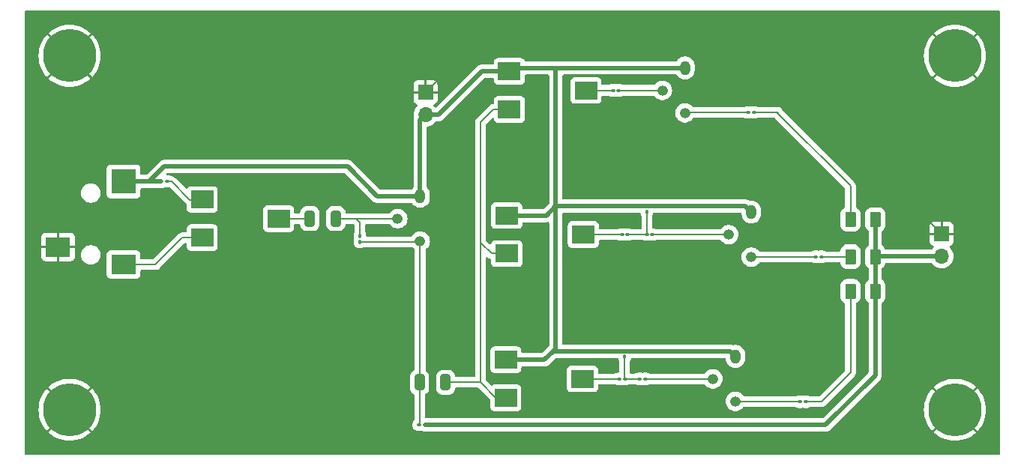
<source format=gbr>
%TF.GenerationSoftware,KiCad,Pcbnew,8.0.5*%
%TF.CreationDate,2024-10-13T18:39:00+03:00*%
%TF.ProjectId,proect,70726f65-6374-42e6-9b69-6361645f7063,rev?*%
%TF.SameCoordinates,Original*%
%TF.FileFunction,Copper,L1,Top*%
%TF.FilePolarity,Positive*%
%FSLAX46Y46*%
G04 Gerber Fmt 4.6, Leading zero omitted, Abs format (unit mm)*
G04 Created by KiCad (PCBNEW 8.0.5) date 2024-10-13 18:39:00*
%MOMM*%
%LPD*%
G01*
G04 APERTURE LIST*
G04 Aperture macros list*
%AMRoundRect*
0 Rectangle with rounded corners*
0 $1 Rounding radius*
0 $2 $3 $4 $5 $6 $7 $8 $9 X,Y pos of 4 corners*
0 Add a 4 corners polygon primitive as box body*
4,1,4,$2,$3,$4,$5,$6,$7,$8,$9,$2,$3,0*
0 Add four circle primitives for the rounded corners*
1,1,$1+$1,$2,$3*
1,1,$1+$1,$4,$5*
1,1,$1+$1,$6,$7*
1,1,$1+$1,$8,$9*
0 Add four rect primitives between the rounded corners*
20,1,$1+$1,$2,$3,$4,$5,0*
20,1,$1+$1,$4,$5,$6,$7,0*
20,1,$1+$1,$6,$7,$8,$9,0*
20,1,$1+$1,$8,$9,$2,$3,0*%
G04 Aperture macros list end*
%TA.AperFunction,Conductor*%
%ADD10C,0.200000*%
%TD*%
%TA.AperFunction,SMDPad,CuDef*%
%ADD11RoundRect,0.100000X-0.130000X-0.100000X0.130000X-0.100000X0.130000X0.100000X-0.130000X0.100000X0*%
%TD*%
%TA.AperFunction,SMDPad,CuDef*%
%ADD12R,2.500000X2.000000*%
%TD*%
%TA.AperFunction,SMDPad,CuDef*%
%ADD13RoundRect,0.100000X0.130000X0.100000X-0.130000X0.100000X-0.130000X-0.100000X0.130000X-0.100000X0*%
%TD*%
%TA.AperFunction,SMDPad,CuDef*%
%ADD14RoundRect,0.100000X0.100000X-0.130000X0.100000X0.130000X-0.100000X0.130000X-0.100000X-0.130000X0*%
%TD*%
%TA.AperFunction,ComponentPad*%
%ADD15O,1.200000X1.600000*%
%TD*%
%TA.AperFunction,ComponentPad*%
%ADD16O,1.200000X1.200000*%
%TD*%
%TA.AperFunction,ComponentPad*%
%ADD17C,0.800000*%
%TD*%
%TA.AperFunction,ComponentPad*%
%ADD18C,6.000000*%
%TD*%
%TA.AperFunction,ComponentPad*%
%ADD19R,1.700000X1.700000*%
%TD*%
%TA.AperFunction,ComponentPad*%
%ADD20O,1.700000X1.700000*%
%TD*%
%TA.AperFunction,SMDPad,CuDef*%
%ADD21R,2.800000X2.200000*%
%TD*%
%TA.AperFunction,SMDPad,CuDef*%
%ADD22R,2.800000X2.800000*%
%TD*%
%TA.AperFunction,SMDPad,CuDef*%
%ADD23RoundRect,0.250000X-0.375000X-0.625000X0.375000X-0.625000X0.375000X0.625000X-0.375000X0.625000X0*%
%TD*%
%TA.AperFunction,SMDPad,CuDef*%
%ADD24RoundRect,0.100000X-0.100000X0.130000X-0.100000X-0.130000X0.100000X-0.130000X0.100000X0.130000X0*%
%TD*%
%TA.AperFunction,SMDPad,CuDef*%
%ADD25RoundRect,0.250000X-0.325000X-0.650000X0.325000X-0.650000X0.325000X0.650000X-0.325000X0.650000X0*%
%TD*%
%TA.AperFunction,Conductor*%
%ADD26C,0.500000*%
%TD*%
G04 APERTURE END LIST*
%TO.N,GND*%
D10*
X1600000Y-100000D02*
X111600000Y-100000D01*
X111600000Y-50100000D01*
X1600000Y-50100000D01*
X1600000Y-100000D01*
%TD*%
D11*
%TO.P,R13,1*%
%TO.N,Net-(Q4-C)*%
X89080000Y-44200000D03*
%TO.P,R13,2*%
%TO.N,Net-(D3-K)*%
X89720000Y-44200000D03*
%TD*%
%TO.P,R12,1*%
%TO.N,Net-(Q3-C)*%
X90880000Y-27800000D03*
%TO.P,R12,2*%
%TO.N,Net-(D2-K)*%
X91520000Y-27800000D03*
%TD*%
%TO.P,R11,1*%
%TO.N,Net-(Q2-C)*%
X83280000Y-11500000D03*
%TO.P,R11,2*%
%TO.N,Net-(D1-K)*%
X83920000Y-11500000D03*
%TD*%
%TO.P,R10,1*%
%TO.N,Net-(C6-Pad2)*%
X70980000Y-41600000D03*
%TO.P,R10,2*%
%TO.N,Net-(Q4-B)*%
X71620000Y-41600000D03*
%TD*%
%TO.P,R9,1*%
%TO.N,Net-(C4-Pad2)*%
X71780000Y-25300000D03*
%TO.P,R9,2*%
%TO.N,Net-(Q3-B)*%
X72420000Y-25300000D03*
%TD*%
%TO.P,R8,1*%
%TO.N,Net-(R7-Pad2)*%
X68680000Y-41600000D03*
%TO.P,R8,2*%
%TO.N,Net-(C6-Pad2)*%
X69320000Y-41600000D03*
%TD*%
D12*
%TO.P,R7,1,1*%
%TO.N,Net-(C2-Pad2)*%
X55875000Y-43750000D03*
%TO.P,R7,2,2*%
%TO.N,Net-(R7-Pad2)*%
X64525000Y-41600000D03*
%TO.P,R7,3,3*%
%TO.N,-9V*%
X55875000Y-39450000D03*
%TD*%
%TO.P,R6,1,1*%
%TO.N,Net-(C2-Pad2)*%
X55975000Y-27450000D03*
%TO.P,R6,2,2*%
%TO.N,Net-(C4-Pad1)*%
X64625000Y-25300000D03*
%TO.P,R6,3,3*%
%TO.N,-9V*%
X55975000Y-23150000D03*
%TD*%
%TO.P,R5,1,1*%
%TO.N,Net-(C2-Pad2)*%
X56275000Y-11150000D03*
%TO.P,R5,2,2*%
%TO.N,Net-(C3-Pad1)*%
X64925000Y-9000000D03*
%TO.P,R5,3,3*%
%TO.N,-9V*%
X56275000Y-6850000D03*
%TD*%
D13*
%TO.P,R4,1*%
%TO.N,+9V*%
X46720000Y-46800000D03*
%TO.P,R4,2*%
%TO.N,Net-(Q1-C)*%
X46080000Y-46800000D03*
%TD*%
D14*
%TO.P,R3,1*%
%TO.N,Net-(Q1-C)*%
X39400000Y-26120000D03*
%TO.P,R3,2*%
%TO.N,Net-(Q1-B)*%
X39400000Y-25480000D03*
%TD*%
D13*
%TO.P,R2,2*%
%TO.N,-9V*%
X16980000Y-19300000D03*
%TO.P,R2,1*%
%TO.N,Net-(R1-Pad3)*%
X17620000Y-19300000D03*
%TD*%
D12*
%TO.P,R1,1,1*%
%TO.N,Net-(J1-PadS)*%
X21575000Y-25650000D03*
%TO.P,R1,2,2*%
%TO.N,Net-(C1-Pad1)*%
X30225000Y-23500000D03*
%TO.P,R1,3,3*%
%TO.N,Net-(R1-Pad3)*%
X21575000Y-21350000D03*
%TD*%
D15*
%TO.P,Q4,1,E*%
%TO.N,-9V*%
X81800000Y-39060000D03*
D16*
%TO.P,Q4,2,B*%
%TO.N,Net-(Q4-B)*%
X79260000Y-41600000D03*
%TO.P,Q4,3,C*%
%TO.N,Net-(Q4-C)*%
X81800000Y-44140000D03*
%TD*%
D15*
%TO.P,Q3,1,E*%
%TO.N,-9V*%
X83600000Y-22760000D03*
D16*
%TO.P,Q3,2,B*%
%TO.N,Net-(Q3-B)*%
X81060000Y-25300000D03*
%TO.P,Q3,3,C*%
%TO.N,Net-(Q3-C)*%
X83600000Y-27840000D03*
%TD*%
D15*
%TO.P,Q2,1,E*%
%TO.N,-9V*%
X76100000Y-6460000D03*
D16*
%TO.P,Q2,2,B*%
%TO.N,Net-(Q2-B)*%
X73560000Y-9000000D03*
%TO.P,Q2,3,C*%
%TO.N,Net-(Q2-C)*%
X76100000Y-11540000D03*
%TD*%
D15*
%TO.P,Q1,1,E*%
%TO.N,-9V*%
X46200000Y-20960000D03*
D16*
%TO.P,Q1,2,B*%
%TO.N,Net-(Q1-B)*%
X43660000Y-23500000D03*
%TO.P,Q1,3,C*%
%TO.N,Net-(Q1-C)*%
X46200000Y-26040000D03*
%TD*%
D17*
%TO.P,J7,1,Pin_1*%
%TO.N,GND*%
X4350000Y-5100000D03*
X5009010Y-3509010D03*
X5009010Y-6690990D03*
X6600000Y-2850000D03*
D18*
X6600000Y-5100000D03*
D17*
X6600000Y-7350000D03*
X8190990Y-3509010D03*
X8190990Y-6690990D03*
X8850000Y-5100000D03*
%TD*%
%TO.P,J6,1,Pin_1*%
%TO.N,GND*%
X4350000Y-45100000D03*
X5009010Y-43509010D03*
X5009010Y-46690990D03*
X6600000Y-42850000D03*
D18*
X6600000Y-45100000D03*
D17*
X6600000Y-47350000D03*
X8190990Y-43509010D03*
X8190990Y-46690990D03*
X8850000Y-45100000D03*
%TD*%
%TO.P,J5,1,Pin_1*%
%TO.N,GND*%
X104350000Y-5100000D03*
X105009010Y-3509010D03*
X105009010Y-6690990D03*
X106600000Y-2850000D03*
D18*
X106600000Y-5100000D03*
D17*
X106600000Y-7350000D03*
X108190990Y-3509010D03*
X108190990Y-6690990D03*
X108850000Y-5100000D03*
%TD*%
%TO.P,J4,1,Pin_1*%
%TO.N,GND*%
X104350000Y-45100000D03*
X105009010Y-43509010D03*
X105009010Y-46690990D03*
X106600000Y-42850000D03*
D18*
X106600000Y-45100000D03*
D17*
X106600000Y-47350000D03*
X108190990Y-43509010D03*
X108190990Y-46690990D03*
X108850000Y-45100000D03*
%TD*%
D19*
%TO.P,J3,1,Pin_1*%
%TO.N,GND*%
X46800000Y-9225000D03*
D20*
%TO.P,J3,2,Pin_2*%
%TO.N,-9V*%
X46800000Y-11765000D03*
%TD*%
D19*
%TO.P,J2,1,Pin_1*%
%TO.N,GND*%
X105100000Y-25225000D03*
D20*
%TO.P,J2,2,Pin_2*%
%TO.N,+9V*%
X105100000Y-27765000D03*
%TD*%
D21*
%TO.P,J1,R*%
%TO.N,GND*%
X5300000Y-26700000D03*
%TO.P,J1,S*%
%TO.N,Net-(J1-PadS)*%
X12700000Y-28700000D03*
D22*
%TO.P,J1,T*%
%TO.N,-9V*%
X12700000Y-19300000D03*
%TD*%
D23*
%TO.P,D3,1,K*%
%TO.N,Net-(D3-K)*%
X94800000Y-31700000D03*
%TO.P,D3,2,A*%
%TO.N,+9V*%
X97600000Y-31700000D03*
%TD*%
%TO.P,D2,1,K*%
%TO.N,Net-(D2-K)*%
X94800000Y-27800000D03*
%TO.P,D2,2,A*%
%TO.N,+9V*%
X97600000Y-27800000D03*
%TD*%
%TO.P,D1,1,K*%
%TO.N,Net-(D1-K)*%
X94800000Y-23600000D03*
%TO.P,D1,2,A*%
%TO.N,+9V*%
X97600000Y-23600000D03*
%TD*%
D24*
%TO.P,C6,1*%
%TO.N,-9V*%
X69300000Y-38480000D03*
%TO.P,C6,2*%
%TO.N,Net-(C6-Pad2)*%
X69300000Y-39120000D03*
%TD*%
%TO.P,C5,1*%
%TO.N,-9V*%
X71800000Y-22080000D03*
%TO.P,C5,2*%
%TO.N,Net-(C4-Pad2)*%
X71800000Y-22720000D03*
%TD*%
D11*
%TO.P,C4,1*%
%TO.N,Net-(C4-Pad1)*%
X68980000Y-25300000D03*
%TO.P,C4,2*%
%TO.N,Net-(C4-Pad2)*%
X69620000Y-25300000D03*
%TD*%
%TO.P,C3,1*%
%TO.N,Net-(C3-Pad1)*%
X67980000Y-9000000D03*
%TO.P,C3,2*%
%TO.N,Net-(Q2-B)*%
X68620000Y-9000000D03*
%TD*%
D25*
%TO.P,C2,1*%
%TO.N,Net-(Q1-C)*%
X46125000Y-42000000D03*
%TO.P,C2,2*%
%TO.N,Net-(C2-Pad2)*%
X49075000Y-42000000D03*
%TD*%
%TO.P,C1,1*%
%TO.N,Net-(C1-Pad1)*%
X33725000Y-23500000D03*
%TO.P,C1,2*%
%TO.N,Net-(Q1-B)*%
X36675000Y-23500000D03*
%TD*%
D10*
%TO.N,GND*%
X6600000Y-45100000D02*
X1600000Y-50100000D01*
X12600000Y-9225000D02*
X13100000Y-9225000D01*
X12475000Y-9225000D02*
X12600000Y-9225000D01*
X5300000Y-16400000D02*
X12475000Y-9225000D01*
X13100000Y-9225000D02*
X46800000Y-9225000D01*
X5300000Y-26700000D02*
X5300000Y-16400000D01*
D26*
%TO.N,-9V*%
X46200000Y-12365000D02*
X46800000Y-11765000D01*
X46200000Y-20960000D02*
X46200000Y-12365000D01*
D10*
%TO.N,Net-(Q1-C)*%
X46200000Y-26040000D02*
X46200000Y-41925000D01*
X46200000Y-41925000D02*
X46125000Y-42000000D01*
%TO.N,GND*%
X81775000Y-1900000D02*
X105100000Y-25225000D01*
X54125000Y-1900000D02*
X81775000Y-1900000D01*
X46800000Y-9225000D02*
X54125000Y-1900000D01*
D26*
%TO.N,+9V*%
X92000000Y-46800000D02*
X46760000Y-46800000D01*
X97600000Y-41200000D02*
X92000000Y-46800000D01*
X97600000Y-31700000D02*
X97600000Y-41200000D01*
D10*
%TO.N,Net-(Q1-C)*%
X46125000Y-46755000D02*
X46080000Y-46800000D01*
X46125000Y-42000000D02*
X46125000Y-46755000D01*
%TO.N,Net-(C2-Pad2)*%
X49075000Y-42000000D02*
X53000000Y-42000000D01*
D26*
%TO.N,+9V*%
X97600000Y-27800000D02*
X97600000Y-31700000D01*
X97600000Y-23600000D02*
X97600000Y-27800000D01*
D10*
X97635000Y-27765000D02*
X97600000Y-27800000D01*
D26*
X105100000Y-27765000D02*
X97635000Y-27765000D01*
D10*
%TO.N,Net-(D3-K)*%
X94800000Y-40900000D02*
X94800000Y-31700000D01*
X91500000Y-44200000D02*
X94800000Y-40900000D01*
X89720000Y-44200000D02*
X91500000Y-44200000D01*
%TO.N,Net-(D1-K)*%
X94800000Y-19800000D02*
X94800000Y-23600000D01*
X86500000Y-11500000D02*
X94800000Y-19800000D01*
X86500000Y-11500000D02*
X86600000Y-11500000D01*
X83920000Y-11500000D02*
X86500000Y-11500000D01*
D26*
%TO.N,-9V*%
X61520000Y-38180000D02*
X61220000Y-38480000D01*
X61520000Y-22080000D02*
X61520000Y-38180000D01*
X61520000Y-6580000D02*
X61520000Y-22080000D01*
X61400000Y-6460000D02*
X61520000Y-6580000D01*
X61400000Y-6460000D02*
X56665000Y-6460000D01*
X76100000Y-6460000D02*
X61400000Y-6460000D01*
X53150000Y-6850000D02*
X56275000Y-6850000D01*
X46800000Y-11765000D02*
X48235000Y-11765000D01*
X48235000Y-11765000D02*
X53150000Y-6850000D01*
D10*
%TO.N,Net-(C2-Pad2)*%
X53000000Y-26200000D02*
X53000000Y-29500000D01*
X53000000Y-29500000D02*
X53000000Y-42000000D01*
X54250000Y-27450000D02*
X53000000Y-26200000D01*
X55975000Y-27450000D02*
X54250000Y-27450000D01*
X53000000Y-12600000D02*
X53000000Y-26200000D01*
X54750000Y-43750000D02*
X55875000Y-43750000D01*
X54450000Y-11150000D02*
X53000000Y-12600000D01*
X53000000Y-42000000D02*
X54750000Y-43750000D01*
X56275000Y-11150000D02*
X54450000Y-11150000D01*
%TO.N,Net-(Q1-C)*%
X46100000Y-26140000D02*
X46200000Y-26040000D01*
D26*
%TO.N,-9V*%
X60250000Y-39450000D02*
X55875000Y-39450000D01*
X61220000Y-38480000D02*
X60250000Y-39450000D01*
X69300000Y-38480000D02*
X61220000Y-38480000D01*
X81220000Y-38480000D02*
X69300000Y-38480000D01*
X81800000Y-39060000D02*
X81220000Y-38480000D01*
D10*
%TO.N,Net-(R7-Pad2)*%
X68680000Y-41600000D02*
X64525000Y-41600000D01*
%TO.N,Net-(C6-Pad2)*%
X69320000Y-41600000D02*
X70980000Y-41600000D01*
%TO.N,Net-(Q4-B)*%
X71620000Y-41600000D02*
X79260000Y-41600000D01*
%TO.N,Net-(Q4-C)*%
X89020000Y-44140000D02*
X89080000Y-44200000D01*
X81800000Y-44140000D02*
X89020000Y-44140000D01*
%TO.N,Net-(C6-Pad2)*%
X69300000Y-41580000D02*
X69320000Y-41600000D01*
X69300000Y-39120000D02*
X69300000Y-41580000D01*
%TO.N,Net-(D2-K)*%
X91520000Y-27800000D02*
X94800000Y-27800000D01*
%TO.N,Net-(Q3-C)*%
X90840000Y-27840000D02*
X83600000Y-27840000D01*
X90880000Y-27800000D02*
X90840000Y-27840000D01*
D26*
%TO.N,-9V*%
X56665000Y-6460000D02*
X56275000Y-6850000D01*
X71800000Y-22080000D02*
X61520000Y-22080000D01*
X61520000Y-22080000D02*
X60450000Y-23150000D01*
X60450000Y-23150000D02*
X55975000Y-23150000D01*
X71800000Y-22080000D02*
X82920000Y-22080000D01*
X82920000Y-22080000D02*
X83600000Y-22760000D01*
D10*
%TO.N,Net-(C4-Pad2)*%
X71800000Y-25280000D02*
X71780000Y-25300000D01*
X71800000Y-22720000D02*
X71800000Y-25280000D01*
X71780000Y-25180000D02*
X71820000Y-25140000D01*
X71780000Y-25300000D02*
X71780000Y-25180000D01*
%TO.N,Net-(Q3-B)*%
X80760000Y-25300000D02*
X81060000Y-25600000D01*
X72420000Y-25300000D02*
X80760000Y-25300000D01*
%TO.N,Net-(C4-Pad2)*%
X69620000Y-25300000D02*
X71780000Y-25300000D01*
%TO.N,Net-(C4-Pad1)*%
X64625000Y-25300000D02*
X68980000Y-25300000D01*
%TO.N,Net-(Q2-C)*%
X76140000Y-11500000D02*
X83280000Y-11500000D01*
X76100000Y-11540000D02*
X76140000Y-11500000D01*
%TO.N,Net-(Q2-B)*%
X68620000Y-9000000D02*
X73560000Y-9000000D01*
%TO.N,Net-(C3-Pad1)*%
X64925000Y-9000000D02*
X67980000Y-9000000D01*
%TO.N,Net-(Q1-C)*%
X46260000Y-26100000D02*
X46200000Y-26040000D01*
X46120000Y-26120000D02*
X46200000Y-26040000D01*
X39400000Y-26120000D02*
X46120000Y-26120000D01*
%TO.N,Net-(Q1-B)*%
X39400000Y-23900000D02*
X39000000Y-23500000D01*
X39400000Y-25480000D02*
X39400000Y-23900000D01*
X36675000Y-23500000D02*
X39000000Y-23500000D01*
X39000000Y-23500000D02*
X43660000Y-23500000D01*
D26*
%TO.N,-9V*%
X17300000Y-17600000D02*
X15600000Y-19300000D01*
X38000000Y-17600000D02*
X17300000Y-17600000D01*
X46200000Y-20960000D02*
X41360000Y-20960000D01*
X12700000Y-19300000D02*
X15600000Y-19300000D01*
X41360000Y-20960000D02*
X38000000Y-17600000D01*
D10*
%TO.N,Net-(J1-PadS)*%
X19350000Y-25650000D02*
X16300000Y-28700000D01*
X16300000Y-28700000D02*
X12700000Y-28700000D01*
X21575000Y-25650000D02*
X19350000Y-25650000D01*
%TO.N,Net-(C1-Pad1)*%
X30225000Y-23500000D02*
X33725000Y-23500000D01*
%TO.N,Net-(R1-Pad3)*%
X21525000Y-21400000D02*
X21575000Y-21350000D01*
X20200000Y-21400000D02*
X21525000Y-21400000D01*
X18100000Y-19300000D02*
X20200000Y-21400000D01*
X17620000Y-19300000D02*
X18100000Y-19300000D01*
D26*
%TO.N,-9V*%
X15600000Y-19300000D02*
X16980000Y-19300000D01*
D10*
%TO.N,GND*%
X12600000Y-9225000D02*
X10725000Y-9225000D01*
X10725000Y-9225000D02*
X6600000Y-5100000D01*
X6600000Y-5100000D02*
X1600000Y-100000D01*
X106600000Y-5100000D02*
X111600000Y-100000D01*
X106600000Y-45100000D02*
X111600000Y-50100000D01*
%TD*%
%TA.AperFunction,Conductor*%
%TO.N,GND*%
G36*
X111543039Y-119685D02*
G01*
X111588794Y-172489D01*
X111600000Y-224000D01*
X111600000Y-49976000D01*
X111580315Y-50043039D01*
X111527511Y-50088794D01*
X111476000Y-50100000D01*
X1724000Y-50100000D01*
X1656961Y-50080315D01*
X1611206Y-50027511D01*
X1600000Y-49976000D01*
X1600000Y-45099999D01*
X3095197Y-45099999D01*
X3095197Y-45100000D01*
X3114397Y-45466353D01*
X3171784Y-45828684D01*
X3171784Y-45828686D01*
X3266736Y-46183051D01*
X3398204Y-46525535D01*
X3564754Y-46852406D01*
X3764553Y-47160070D01*
X3995420Y-47445166D01*
X3995427Y-47445174D01*
X4036738Y-47486485D01*
X5451729Y-46071493D01*
X5455864Y-46077184D01*
X5622816Y-46244136D01*
X5628506Y-46248270D01*
X4213515Y-47663262D01*
X4254825Y-47704572D01*
X4254833Y-47704579D01*
X4539929Y-47935446D01*
X4847593Y-48135245D01*
X5174464Y-48301795D01*
X5516948Y-48433263D01*
X5871314Y-48528215D01*
X6233646Y-48585602D01*
X6599999Y-48604803D01*
X6600001Y-48604803D01*
X6966353Y-48585602D01*
X7328684Y-48528215D01*
X7328686Y-48528215D01*
X7683051Y-48433263D01*
X8025535Y-48301795D01*
X8352406Y-48135245D01*
X8660070Y-47935446D01*
X8945166Y-47704579D01*
X8945174Y-47704572D01*
X8986485Y-47663262D01*
X7571493Y-46248270D01*
X7577184Y-46244136D01*
X7744136Y-46077184D01*
X7748270Y-46071493D01*
X9163262Y-47486485D01*
X9204572Y-47445174D01*
X9204579Y-47445166D01*
X9435446Y-47160070D01*
X9635245Y-46852406D01*
X9801795Y-46525535D01*
X9933263Y-46183051D01*
X10028215Y-45828686D01*
X10028215Y-45828684D01*
X10085602Y-45466353D01*
X10104803Y-45100000D01*
X10104803Y-45099999D01*
X10085602Y-44733646D01*
X10028215Y-44371315D01*
X10028215Y-44371313D01*
X9933263Y-44016948D01*
X9801795Y-43674464D01*
X9635245Y-43347594D01*
X9435446Y-43039929D01*
X9204579Y-42754833D01*
X9204572Y-42754825D01*
X9163262Y-42713515D01*
X7748270Y-44128506D01*
X7744136Y-44122816D01*
X7577184Y-43955864D01*
X7571493Y-43951729D01*
X8986485Y-42536738D01*
X8945174Y-42495427D01*
X8945166Y-42495420D01*
X8660070Y-42264553D01*
X8352406Y-42064754D01*
X8025535Y-41898204D01*
X7683051Y-41766736D01*
X7328685Y-41671784D01*
X6966353Y-41614397D01*
X6600001Y-41595197D01*
X6599999Y-41595197D01*
X6233646Y-41614397D01*
X5871315Y-41671784D01*
X5871313Y-41671784D01*
X5516948Y-41766736D01*
X5174464Y-41898204D01*
X4847594Y-42064754D01*
X4539929Y-42264553D01*
X4254833Y-42495420D01*
X4254825Y-42495427D01*
X4213515Y-42536738D01*
X5628506Y-43951729D01*
X5622816Y-43955864D01*
X5455864Y-44122816D01*
X5451729Y-44128506D01*
X4036738Y-42713515D01*
X3995427Y-42754825D01*
X3995420Y-42754833D01*
X3764553Y-43039929D01*
X3564754Y-43347594D01*
X3398204Y-43674464D01*
X3266736Y-44016948D01*
X3171784Y-44371313D01*
X3171784Y-44371315D01*
X3114397Y-44733646D01*
X3095197Y-45099999D01*
X1600000Y-45099999D01*
X1600000Y-27847844D01*
X3400000Y-27847844D01*
X3406401Y-27907372D01*
X3406403Y-27907379D01*
X3456645Y-28042086D01*
X3456649Y-28042093D01*
X3542809Y-28157187D01*
X3542812Y-28157190D01*
X3657906Y-28243350D01*
X3657913Y-28243354D01*
X3792620Y-28293596D01*
X3792627Y-28293598D01*
X3852155Y-28299999D01*
X3852172Y-28300000D01*
X5175000Y-28300000D01*
X5425000Y-28300000D01*
X6747828Y-28300000D01*
X6747844Y-28299999D01*
X6807372Y-28293598D01*
X6807379Y-28293596D01*
X6942086Y-28243354D01*
X6942093Y-28243350D01*
X7057187Y-28157190D01*
X7057190Y-28157187D01*
X7143350Y-28042093D01*
X7143354Y-28042086D01*
X7193596Y-27907379D01*
X7193598Y-27907372D01*
X7199999Y-27847844D01*
X7200000Y-27847827D01*
X7200000Y-27513389D01*
X7899500Y-27513389D01*
X7899500Y-27686610D01*
X7925036Y-27847844D01*
X7926598Y-27857701D01*
X7972968Y-28000413D01*
X7980128Y-28022447D01*
X8009358Y-28079815D01*
X8058768Y-28176788D01*
X8160586Y-28316928D01*
X8283072Y-28439414D01*
X8423212Y-28541232D01*
X8577555Y-28619873D01*
X8742299Y-28673402D01*
X8913389Y-28700500D01*
X8913390Y-28700500D01*
X9086610Y-28700500D01*
X9086611Y-28700500D01*
X9257701Y-28673402D01*
X9422445Y-28619873D01*
X9576788Y-28541232D01*
X9716928Y-28439414D01*
X9839414Y-28316928D01*
X9941232Y-28176788D01*
X10019873Y-28022445D01*
X10073402Y-27857701D01*
X10100500Y-27686611D01*
X10100500Y-27552135D01*
X10799500Y-27552135D01*
X10799500Y-29847870D01*
X10799501Y-29847876D01*
X10805908Y-29907483D01*
X10856202Y-30042328D01*
X10856206Y-30042335D01*
X10942452Y-30157544D01*
X10942455Y-30157547D01*
X11057664Y-30243793D01*
X11057671Y-30243797D01*
X11192517Y-30294091D01*
X11192516Y-30294091D01*
X11199444Y-30294835D01*
X11252127Y-30300500D01*
X14147872Y-30300499D01*
X14207483Y-30294091D01*
X14342331Y-30243796D01*
X14457546Y-30157546D01*
X14543796Y-30042331D01*
X14594091Y-29907483D01*
X14600500Y-29847873D01*
X14600500Y-29424500D01*
X14620185Y-29357461D01*
X14672989Y-29311706D01*
X14724500Y-29300500D01*
X16213331Y-29300500D01*
X16213347Y-29300501D01*
X16220943Y-29300501D01*
X16379054Y-29300501D01*
X16379057Y-29300501D01*
X16531785Y-29259577D01*
X16581904Y-29230639D01*
X16668716Y-29180520D01*
X16780520Y-29068716D01*
X16780520Y-29068714D01*
X16790728Y-29058507D01*
X16790729Y-29058504D01*
X19562416Y-26286819D01*
X19623739Y-26253334D01*
X19650097Y-26250500D01*
X19700501Y-26250500D01*
X19767540Y-26270185D01*
X19813295Y-26322989D01*
X19824501Y-26374500D01*
X19824501Y-26697876D01*
X19830908Y-26757483D01*
X19881202Y-26892328D01*
X19881206Y-26892335D01*
X19967452Y-27007544D01*
X19967455Y-27007547D01*
X20082664Y-27093793D01*
X20082671Y-27093797D01*
X20217517Y-27144091D01*
X20217516Y-27144091D01*
X20224444Y-27144835D01*
X20277127Y-27150500D01*
X22872872Y-27150499D01*
X22932483Y-27144091D01*
X23067331Y-27093796D01*
X23182546Y-27007546D01*
X23268796Y-26892331D01*
X23319091Y-26757483D01*
X23325500Y-26697873D01*
X23325499Y-24602128D01*
X23319091Y-24542517D01*
X23299260Y-24489348D01*
X23268797Y-24407671D01*
X23268793Y-24407664D01*
X23182547Y-24292455D01*
X23182544Y-24292452D01*
X23067335Y-24206206D01*
X23067328Y-24206202D01*
X22932482Y-24155908D01*
X22932483Y-24155908D01*
X22872883Y-24149501D01*
X22872881Y-24149500D01*
X22872873Y-24149500D01*
X22872864Y-24149500D01*
X20277129Y-24149500D01*
X20277123Y-24149501D01*
X20217516Y-24155908D01*
X20082671Y-24206202D01*
X20082664Y-24206206D01*
X19967455Y-24292452D01*
X19967452Y-24292455D01*
X19881206Y-24407664D01*
X19881202Y-24407671D01*
X19830908Y-24542517D01*
X19824782Y-24599500D01*
X19824501Y-24602123D01*
X19824500Y-24602135D01*
X19824500Y-24925500D01*
X19804815Y-24992539D01*
X19752011Y-25038294D01*
X19700500Y-25049500D01*
X19270940Y-25049500D01*
X19230019Y-25060464D01*
X19230019Y-25060465D01*
X19192751Y-25070451D01*
X19118214Y-25090423D01*
X19118209Y-25090426D01*
X18981290Y-25169475D01*
X18981282Y-25169481D01*
X18907955Y-25242809D01*
X18869480Y-25281284D01*
X18869478Y-25281286D01*
X17472483Y-26678282D01*
X16087584Y-28063181D01*
X16026261Y-28096666D01*
X15999903Y-28099500D01*
X14724499Y-28099500D01*
X14657460Y-28079815D01*
X14611705Y-28027011D01*
X14600499Y-27975500D01*
X14600499Y-27552129D01*
X14600498Y-27552123D01*
X14600497Y-27552116D01*
X14594091Y-27492517D01*
X14574783Y-27440750D01*
X14543797Y-27357671D01*
X14543793Y-27357664D01*
X14457547Y-27242455D01*
X14457544Y-27242452D01*
X14342335Y-27156206D01*
X14342328Y-27156202D01*
X14207482Y-27105908D01*
X14207483Y-27105908D01*
X14147883Y-27099501D01*
X14147881Y-27099500D01*
X14147873Y-27099500D01*
X14147864Y-27099500D01*
X11252129Y-27099500D01*
X11252123Y-27099501D01*
X11192516Y-27105908D01*
X11057671Y-27156202D01*
X11057664Y-27156206D01*
X10942455Y-27242452D01*
X10942452Y-27242455D01*
X10856206Y-27357664D01*
X10856202Y-27357671D01*
X10805908Y-27492517D01*
X10801922Y-27529596D01*
X10799501Y-27552123D01*
X10799500Y-27552135D01*
X10100500Y-27552135D01*
X10100500Y-27513389D01*
X10073402Y-27342299D01*
X10019873Y-27177555D01*
X9941232Y-27023212D01*
X9839414Y-26883072D01*
X9716928Y-26760586D01*
X9576788Y-26658768D01*
X9422445Y-26580127D01*
X9257701Y-26526598D01*
X9257699Y-26526597D01*
X9257698Y-26526597D01*
X9126271Y-26505781D01*
X9086611Y-26499500D01*
X8913389Y-26499500D01*
X8873728Y-26505781D01*
X8742302Y-26526597D01*
X8577552Y-26580128D01*
X8423211Y-26658768D01*
X8369375Y-26697883D01*
X8283072Y-26760586D01*
X8283070Y-26760588D01*
X8283069Y-26760588D01*
X8160588Y-26883069D01*
X8160588Y-26883070D01*
X8160586Y-26883072D01*
X8132317Y-26921981D01*
X8058768Y-27023211D01*
X7980128Y-27177552D01*
X7980127Y-27177554D01*
X7980127Y-27177555D01*
X7966396Y-27219815D01*
X7926597Y-27342302D01*
X7899500Y-27513389D01*
X7200000Y-27513389D01*
X7200000Y-26825000D01*
X5425000Y-26825000D01*
X5425000Y-28300000D01*
X5175000Y-28300000D01*
X5175000Y-26825000D01*
X3400000Y-26825000D01*
X3400000Y-27847844D01*
X1600000Y-27847844D01*
X1600000Y-25552155D01*
X3400000Y-25552155D01*
X3400000Y-26575000D01*
X5175000Y-26575000D01*
X5425000Y-26575000D01*
X7200000Y-26575000D01*
X7200000Y-25552172D01*
X7199999Y-25552155D01*
X7193598Y-25492627D01*
X7193596Y-25492620D01*
X7143354Y-25357913D01*
X7143350Y-25357906D01*
X7057190Y-25242812D01*
X7057187Y-25242809D01*
X6942093Y-25156649D01*
X6942086Y-25156645D01*
X6807379Y-25106403D01*
X6807372Y-25106401D01*
X6747844Y-25100000D01*
X5425000Y-25100000D01*
X5425000Y-26575000D01*
X5175000Y-26575000D01*
X5175000Y-25100000D01*
X3852155Y-25100000D01*
X3792627Y-25106401D01*
X3792620Y-25106403D01*
X3657913Y-25156645D01*
X3657906Y-25156649D01*
X3542812Y-25242809D01*
X3542809Y-25242812D01*
X3456649Y-25357906D01*
X3456645Y-25357913D01*
X3406403Y-25492620D01*
X3406401Y-25492627D01*
X3400000Y-25552155D01*
X1600000Y-25552155D01*
X1600000Y-20513389D01*
X7899500Y-20513389D01*
X7899500Y-20686610D01*
X7909201Y-20747864D01*
X7926598Y-20857701D01*
X7980127Y-21022445D01*
X8058768Y-21176788D01*
X8160586Y-21316928D01*
X8283072Y-21439414D01*
X8423212Y-21541232D01*
X8577555Y-21619873D01*
X8742299Y-21673402D01*
X8913389Y-21700500D01*
X8913390Y-21700500D01*
X9086610Y-21700500D01*
X9086611Y-21700500D01*
X9257701Y-21673402D01*
X9422445Y-21619873D01*
X9576788Y-21541232D01*
X9716928Y-21439414D01*
X9839414Y-21316928D01*
X9941232Y-21176788D01*
X10019873Y-21022445D01*
X10073402Y-20857701D01*
X10100500Y-20686611D01*
X10100500Y-20513389D01*
X10073402Y-20342299D01*
X10019873Y-20177555D01*
X9941232Y-20023212D01*
X9839414Y-19883072D01*
X9716928Y-19760586D01*
X9576788Y-19658768D01*
X9422445Y-19580127D01*
X9257701Y-19526598D01*
X9257699Y-19526597D01*
X9257698Y-19526597D01*
X9126271Y-19505781D01*
X9086611Y-19499500D01*
X8913389Y-19499500D01*
X8873728Y-19505781D01*
X8742302Y-19526597D01*
X8577552Y-19580128D01*
X8423211Y-19658768D01*
X8343256Y-19716859D01*
X8283072Y-19760586D01*
X8283070Y-19760588D01*
X8283069Y-19760588D01*
X8160588Y-19883069D01*
X8160588Y-19883070D01*
X8160586Y-19883072D01*
X8146256Y-19902796D01*
X8058768Y-20023211D01*
X7980128Y-20177552D01*
X7926597Y-20342302D01*
X7899500Y-20513389D01*
X1600000Y-20513389D01*
X1600000Y-17852135D01*
X10799500Y-17852135D01*
X10799500Y-20747870D01*
X10799501Y-20747876D01*
X10805908Y-20807483D01*
X10856202Y-20942328D01*
X10856206Y-20942335D01*
X10942452Y-21057544D01*
X10942455Y-21057547D01*
X11057664Y-21143793D01*
X11057671Y-21143797D01*
X11192517Y-21194091D01*
X11192516Y-21194091D01*
X11199444Y-21194835D01*
X11252127Y-21200500D01*
X14147872Y-21200499D01*
X14207483Y-21194091D01*
X14342331Y-21143796D01*
X14457546Y-21057546D01*
X14543796Y-20942331D01*
X14594091Y-20807483D01*
X14600500Y-20747873D01*
X14600500Y-20174500D01*
X14620185Y-20107461D01*
X14672989Y-20061706D01*
X14724500Y-20050500D01*
X17053920Y-20050500D01*
X17151462Y-20031096D01*
X17198913Y-20021658D01*
X17267689Y-19993169D01*
X17331325Y-19984792D01*
X17333237Y-19985043D01*
X17333238Y-19985044D01*
X17450639Y-20000500D01*
X17789360Y-20000499D01*
X17871805Y-19989645D01*
X17940837Y-20000410D01*
X17975668Y-20024903D01*
X19715139Y-21764374D01*
X19715149Y-21764385D01*
X19719479Y-21768715D01*
X19719480Y-21768716D01*
X19788182Y-21837418D01*
X19821666Y-21898739D01*
X19824500Y-21925098D01*
X19824500Y-22397870D01*
X19824501Y-22397876D01*
X19830908Y-22457483D01*
X19881202Y-22592328D01*
X19881206Y-22592335D01*
X19967452Y-22707544D01*
X19967455Y-22707547D01*
X20082664Y-22793793D01*
X20082671Y-22793797D01*
X20217517Y-22844091D01*
X20217516Y-22844091D01*
X20224444Y-22844835D01*
X20277127Y-22850500D01*
X22872872Y-22850499D01*
X22932483Y-22844091D01*
X23067331Y-22793796D01*
X23182546Y-22707546D01*
X23268796Y-22592331D01*
X23319091Y-22457483D01*
X23319666Y-22452135D01*
X28474500Y-22452135D01*
X28474500Y-24547870D01*
X28474501Y-24547876D01*
X28480908Y-24607483D01*
X28531202Y-24742328D01*
X28531206Y-24742335D01*
X28617452Y-24857544D01*
X28617455Y-24857547D01*
X28732664Y-24943793D01*
X28732671Y-24943797D01*
X28867517Y-24994091D01*
X28867516Y-24994091D01*
X28874444Y-24994835D01*
X28927127Y-25000500D01*
X31522872Y-25000499D01*
X31582483Y-24994091D01*
X31717331Y-24943796D01*
X31832546Y-24857546D01*
X31918796Y-24742331D01*
X31969091Y-24607483D01*
X31975500Y-24547873D01*
X31975500Y-24224500D01*
X31995185Y-24157461D01*
X32047989Y-24111706D01*
X32099500Y-24100500D01*
X32527357Y-24100500D01*
X32594396Y-24120185D01*
X32640151Y-24172989D01*
X32650715Y-24211898D01*
X32660001Y-24302797D01*
X32660001Y-24302799D01*
X32694752Y-24407669D01*
X32715186Y-24469334D01*
X32807288Y-24618656D01*
X32931344Y-24742712D01*
X33080666Y-24834814D01*
X33247203Y-24889999D01*
X33349991Y-24900500D01*
X34100008Y-24900499D01*
X34100016Y-24900498D01*
X34100019Y-24900498D01*
X34156302Y-24894748D01*
X34202797Y-24889999D01*
X34369334Y-24834814D01*
X34518656Y-24742712D01*
X34642712Y-24618656D01*
X34734814Y-24469334D01*
X34789999Y-24302797D01*
X34800500Y-24200009D01*
X34800499Y-22799992D01*
X34800498Y-22799983D01*
X35599500Y-22799983D01*
X35599500Y-24200001D01*
X35599501Y-24200018D01*
X35610000Y-24302796D01*
X35610001Y-24302799D01*
X35644752Y-24407669D01*
X35665186Y-24469334D01*
X35757288Y-24618656D01*
X35881344Y-24742712D01*
X36030666Y-24834814D01*
X36197203Y-24889999D01*
X36299991Y-24900500D01*
X37050008Y-24900499D01*
X37050016Y-24900498D01*
X37050019Y-24900498D01*
X37106302Y-24894748D01*
X37152797Y-24889999D01*
X37319334Y-24834814D01*
X37468656Y-24742712D01*
X37592712Y-24618656D01*
X37684814Y-24469334D01*
X37739999Y-24302797D01*
X37744628Y-24257483D01*
X37749286Y-24211897D01*
X37775683Y-24147205D01*
X37832864Y-24107054D01*
X37872644Y-24100500D01*
X38675500Y-24100500D01*
X38742539Y-24120185D01*
X38788294Y-24172989D01*
X38799500Y-24224500D01*
X38799500Y-24973742D01*
X38779815Y-25040781D01*
X38776073Y-25046103D01*
X38775465Y-25047156D01*
X38714956Y-25193237D01*
X38714955Y-25193239D01*
X38699500Y-25310638D01*
X38699500Y-25649363D01*
X38714955Y-25766763D01*
X38715263Y-25767912D01*
X38715263Y-25769101D01*
X38716016Y-25774821D01*
X38715263Y-25774920D01*
X38715265Y-25825081D01*
X38716017Y-25825180D01*
X38715265Y-25830884D01*
X38715266Y-25832079D01*
X38714956Y-25833234D01*
X38699500Y-25950638D01*
X38699500Y-26289363D01*
X38714953Y-26406753D01*
X38714956Y-26406762D01*
X38771110Y-26542331D01*
X38775464Y-26552841D01*
X38871718Y-26678282D01*
X38997159Y-26774536D01*
X39143238Y-26835044D01*
X39260639Y-26850500D01*
X39539360Y-26850499D01*
X39539363Y-26850499D01*
X39656753Y-26835046D01*
X39656757Y-26835044D01*
X39656762Y-26835044D01*
X39802836Y-26774538D01*
X39802837Y-26774538D01*
X39802837Y-26774537D01*
X39802841Y-26774536D01*
X39839869Y-26746123D01*
X39905036Y-26720930D01*
X39915354Y-26720500D01*
X45273102Y-26720500D01*
X45340141Y-26740185D01*
X45372055Y-26769773D01*
X45383236Y-26784579D01*
X45383239Y-26784581D01*
X45383241Y-26784584D01*
X45533956Y-26921979D01*
X45533958Y-26921980D01*
X45533959Y-26921981D01*
X45540772Y-26926199D01*
X45587410Y-26978223D01*
X45599500Y-27031629D01*
X45599500Y-40536267D01*
X45579815Y-40603306D01*
X45527011Y-40649061D01*
X45514506Y-40653972D01*
X45480671Y-40665184D01*
X45480663Y-40665187D01*
X45331342Y-40757289D01*
X45207289Y-40881342D01*
X45115187Y-41030663D01*
X45115186Y-41030666D01*
X45060001Y-41197203D01*
X45060001Y-41197204D01*
X45060000Y-41197204D01*
X45049500Y-41299983D01*
X45049500Y-42700001D01*
X45049501Y-42700018D01*
X45060000Y-42802796D01*
X45060001Y-42802799D01*
X45111279Y-42957544D01*
X45115186Y-42969334D01*
X45207288Y-43118656D01*
X45331344Y-43242712D01*
X45465597Y-43325519D01*
X45512321Y-43377465D01*
X45524500Y-43431057D01*
X45524500Y-46225999D01*
X45504815Y-46293038D01*
X45498876Y-46301485D01*
X45425464Y-46397157D01*
X45364956Y-46543237D01*
X45364955Y-46543239D01*
X45349500Y-46660638D01*
X45349500Y-46939363D01*
X45364953Y-47056753D01*
X45364956Y-47056762D01*
X45425464Y-47202841D01*
X45521718Y-47328282D01*
X45647159Y-47424536D01*
X45793238Y-47485044D01*
X45910639Y-47500500D01*
X46249360Y-47500499D01*
X46249363Y-47500499D01*
X46366755Y-47485045D01*
X46366755Y-47485044D01*
X46366762Y-47485044D01*
X46366767Y-47485041D01*
X46367900Y-47484739D01*
X46369086Y-47484739D01*
X46374821Y-47483984D01*
X46374920Y-47484739D01*
X46425073Y-47484739D01*
X46425172Y-47483983D01*
X46430918Y-47484739D01*
X46432100Y-47484739D01*
X46433234Y-47485042D01*
X46433238Y-47485044D01*
X46445565Y-47486666D01*
X46476833Y-47495043D01*
X46541087Y-47521658D01*
X46541091Y-47521658D01*
X46541092Y-47521659D01*
X46686079Y-47550500D01*
X46686082Y-47550500D01*
X92073920Y-47550500D01*
X92171462Y-47531096D01*
X92218913Y-47521658D01*
X92355495Y-47465084D01*
X92452151Y-47400501D01*
X92478416Y-47382952D01*
X94761369Y-45099999D01*
X103095197Y-45099999D01*
X103095197Y-45100000D01*
X103114397Y-45466353D01*
X103171784Y-45828684D01*
X103171784Y-45828686D01*
X103266736Y-46183051D01*
X103398204Y-46525535D01*
X103564754Y-46852406D01*
X103764553Y-47160070D01*
X103995420Y-47445166D01*
X103995427Y-47445174D01*
X104036738Y-47486485D01*
X105451729Y-46071493D01*
X105455864Y-46077184D01*
X105622816Y-46244136D01*
X105628506Y-46248270D01*
X104213515Y-47663262D01*
X104254825Y-47704572D01*
X104254833Y-47704579D01*
X104539929Y-47935446D01*
X104847593Y-48135245D01*
X105174464Y-48301795D01*
X105516948Y-48433263D01*
X105871314Y-48528215D01*
X106233646Y-48585602D01*
X106599999Y-48604803D01*
X106600001Y-48604803D01*
X106966353Y-48585602D01*
X107328684Y-48528215D01*
X107328686Y-48528215D01*
X107683051Y-48433263D01*
X108025535Y-48301795D01*
X108352406Y-48135245D01*
X108660070Y-47935446D01*
X108945166Y-47704579D01*
X108945174Y-47704572D01*
X108986485Y-47663262D01*
X107571493Y-46248270D01*
X107577184Y-46244136D01*
X107744136Y-46077184D01*
X107748270Y-46071493D01*
X109163262Y-47486485D01*
X109204572Y-47445174D01*
X109204579Y-47445166D01*
X109435446Y-47160070D01*
X109635245Y-46852406D01*
X109801795Y-46525535D01*
X109933263Y-46183051D01*
X110028215Y-45828686D01*
X110028215Y-45828684D01*
X110085602Y-45466353D01*
X110104803Y-45100000D01*
X110104803Y-45099999D01*
X110085602Y-44733646D01*
X110028215Y-44371315D01*
X110028215Y-44371313D01*
X109933263Y-44016948D01*
X109801795Y-43674464D01*
X109635245Y-43347594D01*
X109435446Y-43039929D01*
X109204579Y-42754833D01*
X109204572Y-42754825D01*
X109163262Y-42713515D01*
X107748270Y-44128506D01*
X107744136Y-44122816D01*
X107577184Y-43955864D01*
X107571493Y-43951729D01*
X108986485Y-42536738D01*
X108945174Y-42495427D01*
X108945166Y-42495420D01*
X108660070Y-42264553D01*
X108352406Y-42064754D01*
X108025535Y-41898204D01*
X107683051Y-41766736D01*
X107328685Y-41671784D01*
X106966353Y-41614397D01*
X106600001Y-41595197D01*
X106599999Y-41595197D01*
X106233646Y-41614397D01*
X105871315Y-41671784D01*
X105871313Y-41671784D01*
X105516948Y-41766736D01*
X105174464Y-41898204D01*
X104847594Y-42064754D01*
X104539929Y-42264553D01*
X104254833Y-42495420D01*
X104254825Y-42495427D01*
X104213515Y-42536738D01*
X105628506Y-43951729D01*
X105622816Y-43955864D01*
X105455864Y-44122816D01*
X105451729Y-44128506D01*
X104036738Y-42713515D01*
X103995427Y-42754825D01*
X103995420Y-42754833D01*
X103764553Y-43039929D01*
X103564754Y-43347594D01*
X103398204Y-43674464D01*
X103266736Y-44016948D01*
X103171784Y-44371313D01*
X103171784Y-44371315D01*
X103114397Y-44733646D01*
X103095197Y-45099999D01*
X94761369Y-45099999D01*
X98182952Y-41678416D01*
X98217882Y-41626138D01*
X98235348Y-41599999D01*
X98240270Y-41592631D01*
X98265084Y-41555495D01*
X98321658Y-41418913D01*
X98339939Y-41327011D01*
X98350500Y-41273920D01*
X98350500Y-33044377D01*
X98370185Y-32977338D01*
X98409406Y-32938837D01*
X98443654Y-32917713D01*
X98443653Y-32917713D01*
X98443656Y-32917712D01*
X98567712Y-32793656D01*
X98659814Y-32644334D01*
X98714999Y-32477797D01*
X98725500Y-32375009D01*
X98725499Y-31024992D01*
X98714999Y-30922203D01*
X98659814Y-30755666D01*
X98567712Y-30606344D01*
X98443656Y-30482288D01*
X98443653Y-30482285D01*
X98409401Y-30461158D01*
X98362678Y-30409210D01*
X98350500Y-30355621D01*
X98350500Y-29144377D01*
X98370185Y-29077338D01*
X98409406Y-29038837D01*
X98443654Y-29017713D01*
X98443653Y-29017713D01*
X98443656Y-29017712D01*
X98567712Y-28893656D01*
X98659814Y-28744334D01*
X98707477Y-28600495D01*
X98747250Y-28543051D01*
X98811766Y-28516228D01*
X98825183Y-28515500D01*
X103912299Y-28515500D01*
X103979338Y-28535185D01*
X104013873Y-28568376D01*
X104049932Y-28619873D01*
X104061505Y-28636401D01*
X104228599Y-28803495D01*
X104265521Y-28829348D01*
X104422165Y-28939032D01*
X104422167Y-28939033D01*
X104422170Y-28939035D01*
X104636337Y-29038903D01*
X104864592Y-29100063D01*
X105052918Y-29116539D01*
X105099999Y-29120659D01*
X105100000Y-29120659D01*
X105100001Y-29120659D01*
X105139234Y-29117226D01*
X105335408Y-29100063D01*
X105563663Y-29038903D01*
X105777830Y-28939035D01*
X105971401Y-28803495D01*
X106138495Y-28636401D01*
X106274035Y-28442830D01*
X106373903Y-28228663D01*
X106435063Y-28000408D01*
X106455659Y-27765000D01*
X106435063Y-27529592D01*
X106373903Y-27301337D01*
X106274035Y-27087171D01*
X106235144Y-27031629D01*
X106138496Y-26893600D01*
X106079938Y-26835042D01*
X106016179Y-26771283D01*
X105982696Y-26709963D01*
X105987680Y-26640271D01*
X106029551Y-26584337D01*
X106060529Y-26567422D01*
X106192086Y-26518354D01*
X106192093Y-26518350D01*
X106307187Y-26432190D01*
X106307190Y-26432187D01*
X106393350Y-26317093D01*
X106393354Y-26317086D01*
X106443596Y-26182379D01*
X106443598Y-26182372D01*
X106449999Y-26122844D01*
X106450000Y-26122827D01*
X106450000Y-25350000D01*
X105584144Y-25350000D01*
X105600000Y-25290826D01*
X105600000Y-25159174D01*
X105584144Y-25100000D01*
X106450000Y-25100000D01*
X106450000Y-24327172D01*
X106449999Y-24327155D01*
X106443598Y-24267627D01*
X106443596Y-24267620D01*
X106393354Y-24132913D01*
X106393350Y-24132906D01*
X106307190Y-24017812D01*
X106307187Y-24017809D01*
X106192093Y-23931649D01*
X106192086Y-23931645D01*
X106057379Y-23881403D01*
X106057372Y-23881401D01*
X105997844Y-23875000D01*
X105225000Y-23875000D01*
X105225000Y-24740855D01*
X105165826Y-24725000D01*
X105034174Y-24725000D01*
X104975000Y-24740855D01*
X104975000Y-23875000D01*
X104202155Y-23875000D01*
X104142627Y-23881401D01*
X104142620Y-23881403D01*
X104007913Y-23931645D01*
X104007906Y-23931649D01*
X103892812Y-24017809D01*
X103892809Y-24017812D01*
X103806649Y-24132906D01*
X103806645Y-24132913D01*
X103756403Y-24267620D01*
X103756401Y-24267627D01*
X103750000Y-24327155D01*
X103750000Y-25100000D01*
X104615856Y-25100000D01*
X104600000Y-25159174D01*
X104600000Y-25290826D01*
X104615856Y-25350000D01*
X103750000Y-25350000D01*
X103750000Y-26122844D01*
X103756401Y-26182372D01*
X103756403Y-26182379D01*
X103806645Y-26317086D01*
X103806649Y-26317093D01*
X103892809Y-26432187D01*
X103892812Y-26432190D01*
X104007906Y-26518350D01*
X104007913Y-26518354D01*
X104139470Y-26567421D01*
X104195403Y-26609292D01*
X104219821Y-26674756D01*
X104204970Y-26743029D01*
X104183819Y-26771284D01*
X104061503Y-26893600D01*
X104013874Y-26961623D01*
X103959297Y-27005248D01*
X103912299Y-27014500D01*
X98801987Y-27014500D01*
X98734948Y-26994815D01*
X98689193Y-26942011D01*
X98684281Y-26929504D01*
X98659814Y-26855666D01*
X98567712Y-26706344D01*
X98443656Y-26582288D01*
X98443653Y-26582285D01*
X98409401Y-26561158D01*
X98362678Y-26509210D01*
X98350500Y-26455621D01*
X98350500Y-24944377D01*
X98370185Y-24877338D01*
X98409406Y-24838837D01*
X98443656Y-24817712D01*
X98567712Y-24693656D01*
X98659814Y-24544334D01*
X98714999Y-24377797D01*
X98725500Y-24275009D01*
X98725499Y-22924992D01*
X98722225Y-22892946D01*
X98714999Y-22822203D01*
X98714998Y-22822200D01*
X98699523Y-22775500D01*
X98659814Y-22655666D01*
X98567712Y-22506344D01*
X98443656Y-22382288D01*
X98350888Y-22325069D01*
X98294336Y-22290187D01*
X98294331Y-22290185D01*
X98270671Y-22282345D01*
X98127797Y-22235001D01*
X98127795Y-22235000D01*
X98025010Y-22224500D01*
X97174998Y-22224500D01*
X97174980Y-22224501D01*
X97072203Y-22235000D01*
X97072200Y-22235001D01*
X96905668Y-22290185D01*
X96905663Y-22290187D01*
X96756342Y-22382289D01*
X96632289Y-22506342D01*
X96540187Y-22655663D01*
X96540185Y-22655668D01*
X96526421Y-22697205D01*
X96485001Y-22822203D01*
X96485001Y-22822204D01*
X96485000Y-22822204D01*
X96474500Y-22924983D01*
X96474500Y-24275001D01*
X96474501Y-24275018D01*
X96485000Y-24377796D01*
X96485001Y-24377799D01*
X96540185Y-24544331D01*
X96540187Y-24544336D01*
X96547024Y-24555421D01*
X96621065Y-24675461D01*
X96632289Y-24693657D01*
X96756345Y-24817713D01*
X96790594Y-24838837D01*
X96837320Y-24890784D01*
X96849500Y-24944377D01*
X96849500Y-26455621D01*
X96829815Y-26522660D01*
X96790599Y-26561158D01*
X96756346Y-26582285D01*
X96632289Y-26706342D01*
X96540187Y-26855663D01*
X96540185Y-26855668D01*
X96528037Y-26892328D01*
X96485001Y-27022203D01*
X96485001Y-27022204D01*
X96485000Y-27022204D01*
X96474500Y-27124983D01*
X96474500Y-28475001D01*
X96474501Y-28475018D01*
X96485000Y-28577796D01*
X96485001Y-28577799D01*
X96540185Y-28744331D01*
X96540187Y-28744336D01*
X96632289Y-28893657D01*
X96756345Y-29017713D01*
X96790594Y-29038837D01*
X96837320Y-29090784D01*
X96849500Y-29144377D01*
X96849500Y-30355621D01*
X96829815Y-30422660D01*
X96790599Y-30461158D01*
X96756346Y-30482285D01*
X96632289Y-30606342D01*
X96540187Y-30755663D01*
X96540186Y-30755666D01*
X96485001Y-30922203D01*
X96485001Y-30922204D01*
X96485000Y-30922204D01*
X96474500Y-31024983D01*
X96474500Y-32375001D01*
X96474501Y-32375018D01*
X96485000Y-32477796D01*
X96485001Y-32477799D01*
X96540185Y-32644331D01*
X96540187Y-32644336D01*
X96632289Y-32793657D01*
X96756345Y-32917713D01*
X96790594Y-32938837D01*
X96837320Y-32990784D01*
X96849500Y-33044377D01*
X96849500Y-40837770D01*
X96829815Y-40904809D01*
X96813181Y-40925451D01*
X91725451Y-46013181D01*
X91664128Y-46046666D01*
X91637770Y-46049500D01*
X46849500Y-46049500D01*
X46782461Y-46029815D01*
X46736706Y-45977011D01*
X46725500Y-45925500D01*
X46725500Y-43431057D01*
X46745185Y-43364018D01*
X46784401Y-43325520D01*
X46918656Y-43242712D01*
X47042712Y-43118656D01*
X47134814Y-42969334D01*
X47189999Y-42802797D01*
X47200500Y-42700009D01*
X47200499Y-41299992D01*
X47200498Y-41299983D01*
X47999500Y-41299983D01*
X47999500Y-42700001D01*
X47999501Y-42700018D01*
X48010000Y-42802796D01*
X48010001Y-42802799D01*
X48061279Y-42957544D01*
X48065186Y-42969334D01*
X48157288Y-43118656D01*
X48281344Y-43242712D01*
X48430666Y-43334814D01*
X48597203Y-43389999D01*
X48699991Y-43400500D01*
X49450008Y-43400499D01*
X49450016Y-43400498D01*
X49450019Y-43400498D01*
X49506302Y-43394748D01*
X49552797Y-43389999D01*
X49719334Y-43334814D01*
X49868656Y-43242712D01*
X49992712Y-43118656D01*
X50084814Y-42969334D01*
X50139999Y-42802797D01*
X50144900Y-42754825D01*
X50149286Y-42711897D01*
X50175683Y-42647205D01*
X50232864Y-42607054D01*
X50272644Y-42600500D01*
X52699903Y-42600500D01*
X52766942Y-42620185D01*
X52787584Y-42636819D01*
X54088181Y-43937417D01*
X54121666Y-43998740D01*
X54124500Y-44025098D01*
X54124500Y-44797870D01*
X54124501Y-44797876D01*
X54130908Y-44857483D01*
X54181202Y-44992328D01*
X54181206Y-44992335D01*
X54267452Y-45107544D01*
X54267455Y-45107547D01*
X54382664Y-45193793D01*
X54382671Y-45193797D01*
X54517517Y-45244091D01*
X54517516Y-45244091D01*
X54524444Y-45244835D01*
X54577127Y-45250500D01*
X57172872Y-45250499D01*
X57232483Y-45244091D01*
X57367331Y-45193796D01*
X57482546Y-45107546D01*
X57568796Y-44992331D01*
X57619091Y-44857483D01*
X57625500Y-44797873D01*
X57625500Y-44139999D01*
X80694785Y-44139999D01*
X80694785Y-44140000D01*
X80713602Y-44343082D01*
X80769417Y-44539247D01*
X80769422Y-44539260D01*
X80860327Y-44721821D01*
X80983237Y-44884581D01*
X81133958Y-45021980D01*
X81133960Y-45021982D01*
X81233141Y-45083392D01*
X81307363Y-45129348D01*
X81497544Y-45203024D01*
X81698024Y-45240500D01*
X81698026Y-45240500D01*
X81901974Y-45240500D01*
X81901976Y-45240500D01*
X82102456Y-45203024D01*
X82292637Y-45129348D01*
X82466041Y-45021981D01*
X82594122Y-44905219D01*
X82616762Y-44884581D01*
X82637227Y-44857482D01*
X82688358Y-44789773D01*
X82744467Y-44748137D01*
X82787312Y-44740500D01*
X88495549Y-44740500D01*
X88562588Y-44760185D01*
X88571033Y-44766123D01*
X88647159Y-44824536D01*
X88647162Y-44824537D01*
X88647163Y-44824538D01*
X88720198Y-44854790D01*
X88793238Y-44885044D01*
X88910639Y-44900500D01*
X89249360Y-44900499D01*
X89249363Y-44900499D01*
X89366755Y-44885045D01*
X89366755Y-44885044D01*
X89366762Y-44885044D01*
X89366767Y-44885041D01*
X89367900Y-44884739D01*
X89369085Y-44884738D01*
X89374821Y-44883984D01*
X89374920Y-44884738D01*
X89425080Y-44884737D01*
X89425180Y-44883983D01*
X89430907Y-44884737D01*
X89432091Y-44884737D01*
X89433234Y-44885043D01*
X89433236Y-44885043D01*
X89433238Y-44885044D01*
X89550639Y-44900500D01*
X89889360Y-44900499D01*
X89889363Y-44900499D01*
X90006753Y-44885046D01*
X90006757Y-44885044D01*
X90006762Y-44885044D01*
X90152841Y-44824536D01*
X90152845Y-44824532D01*
X90159876Y-44820474D01*
X90160882Y-44822216D01*
X90215932Y-44800931D01*
X90226257Y-44800500D01*
X91413331Y-44800500D01*
X91413347Y-44800501D01*
X91420943Y-44800501D01*
X91579054Y-44800501D01*
X91579057Y-44800501D01*
X91731785Y-44759577D01*
X91797180Y-44721821D01*
X91868716Y-44680520D01*
X91980520Y-44568716D01*
X91980520Y-44568714D01*
X91990724Y-44558511D01*
X91990727Y-44558506D01*
X95280520Y-41268716D01*
X95359577Y-41131784D01*
X95400501Y-40979057D01*
X95400501Y-40820942D01*
X95400501Y-40813347D01*
X95400500Y-40813329D01*
X95400500Y-33130448D01*
X95420185Y-33063409D01*
X95472989Y-33017654D01*
X95485488Y-33012744D01*
X95494334Y-33009814D01*
X95643656Y-32917712D01*
X95767712Y-32793656D01*
X95859814Y-32644334D01*
X95914999Y-32477797D01*
X95925500Y-32375009D01*
X95925499Y-31024992D01*
X95914999Y-30922203D01*
X95859814Y-30755666D01*
X95767712Y-30606344D01*
X95643656Y-30482288D01*
X95494334Y-30390186D01*
X95327797Y-30335001D01*
X95327795Y-30335000D01*
X95225010Y-30324500D01*
X94374998Y-30324500D01*
X94374980Y-30324501D01*
X94272203Y-30335000D01*
X94272200Y-30335001D01*
X94105668Y-30390185D01*
X94105663Y-30390187D01*
X93956342Y-30482289D01*
X93832289Y-30606342D01*
X93740187Y-30755663D01*
X93740186Y-30755666D01*
X93685001Y-30922203D01*
X93685001Y-30922204D01*
X93685000Y-30922204D01*
X93674500Y-31024983D01*
X93674500Y-32375001D01*
X93674501Y-32375018D01*
X93685000Y-32477796D01*
X93685001Y-32477799D01*
X93740185Y-32644331D01*
X93740186Y-32644334D01*
X93832288Y-32793656D01*
X93956344Y-32917712D01*
X94105666Y-33009814D01*
X94114498Y-33012740D01*
X94171944Y-33052508D01*
X94198771Y-33117022D01*
X94199500Y-33130448D01*
X94199500Y-40599902D01*
X94179815Y-40666941D01*
X94163181Y-40687583D01*
X91287584Y-43563181D01*
X91226261Y-43596666D01*
X91199903Y-43599500D01*
X90226257Y-43599500D01*
X90159218Y-43579815D01*
X90153900Y-43576075D01*
X90152836Y-43575461D01*
X90006765Y-43514957D01*
X90006760Y-43514955D01*
X89889361Y-43499500D01*
X89550636Y-43499500D01*
X89433234Y-43514955D01*
X89432083Y-43515264D01*
X89430891Y-43515264D01*
X89425179Y-43516016D01*
X89425080Y-43515264D01*
X89374919Y-43515264D01*
X89374820Y-43516017D01*
X89369107Y-43515264D01*
X89367917Y-43515265D01*
X89366765Y-43514956D01*
X89249361Y-43499500D01*
X88910636Y-43499500D01*
X88793246Y-43514953D01*
X88793237Y-43514956D01*
X88756772Y-43530061D01*
X88709319Y-43539500D01*
X82787312Y-43539500D01*
X82720273Y-43519815D01*
X82688358Y-43490227D01*
X82616762Y-43395418D01*
X82466041Y-43258019D01*
X82466039Y-43258017D01*
X82292642Y-43150655D01*
X82292635Y-43150651D01*
X82163176Y-43100499D01*
X82102456Y-43076976D01*
X81901976Y-43039500D01*
X81698024Y-43039500D01*
X81497544Y-43076976D01*
X81497541Y-43076976D01*
X81497541Y-43076977D01*
X81307364Y-43150651D01*
X81307357Y-43150655D01*
X81133960Y-43258017D01*
X81133958Y-43258019D01*
X80983237Y-43395418D01*
X80860327Y-43558178D01*
X80769422Y-43740739D01*
X80769417Y-43740752D01*
X80713602Y-43936917D01*
X80694785Y-44139999D01*
X57625500Y-44139999D01*
X57625499Y-42702128D01*
X57619091Y-42642517D01*
X57605864Y-42607054D01*
X57568797Y-42507671D01*
X57568793Y-42507664D01*
X57482547Y-42392455D01*
X57482544Y-42392452D01*
X57367335Y-42306206D01*
X57367328Y-42306202D01*
X57232482Y-42255908D01*
X57232483Y-42255908D01*
X57172883Y-42249501D01*
X57172881Y-42249500D01*
X57172873Y-42249500D01*
X57172864Y-42249500D01*
X54577129Y-42249500D01*
X54577123Y-42249501D01*
X54517516Y-42255908D01*
X54382671Y-42306202D01*
X54382664Y-42306206D01*
X54338733Y-42339093D01*
X54273269Y-42363510D01*
X54204996Y-42348658D01*
X54176742Y-42327507D01*
X53913989Y-42064754D01*
X53636819Y-41787583D01*
X53603334Y-41726260D01*
X53600500Y-41699902D01*
X53600500Y-27949098D01*
X53620185Y-27882059D01*
X53672989Y-27836304D01*
X53742147Y-27826360D01*
X53805703Y-27855385D01*
X53812181Y-27861417D01*
X53881284Y-27930520D01*
X53968095Y-27980639D01*
X53968097Y-27980641D01*
X54002334Y-28000408D01*
X54018215Y-28009577D01*
X54132597Y-28040226D01*
X54192255Y-28076589D01*
X54222784Y-28139435D01*
X54224501Y-28159999D01*
X54224501Y-28497876D01*
X54230908Y-28557483D01*
X54281202Y-28692328D01*
X54281206Y-28692335D01*
X54367452Y-28807544D01*
X54367455Y-28807547D01*
X54482664Y-28893793D01*
X54482671Y-28893797D01*
X54617517Y-28944091D01*
X54617516Y-28944091D01*
X54624444Y-28944835D01*
X54677127Y-28950500D01*
X57272872Y-28950499D01*
X57332483Y-28944091D01*
X57467331Y-28893796D01*
X57582546Y-28807546D01*
X57668796Y-28692331D01*
X57719091Y-28557483D01*
X57725500Y-28497873D01*
X57725499Y-26402128D01*
X57719091Y-26342517D01*
X57716631Y-26335922D01*
X57668797Y-26207671D01*
X57668793Y-26207664D01*
X57582547Y-26092455D01*
X57582544Y-26092452D01*
X57467335Y-26006206D01*
X57467328Y-26006202D01*
X57332482Y-25955908D01*
X57332483Y-25955908D01*
X57272883Y-25949501D01*
X57272881Y-25949500D01*
X57272873Y-25949500D01*
X57272864Y-25949500D01*
X54677129Y-25949500D01*
X54677123Y-25949501D01*
X54617516Y-25955908D01*
X54482671Y-26006202D01*
X54482664Y-26006206D01*
X54367455Y-26092452D01*
X54367452Y-26092455D01*
X54281206Y-26207664D01*
X54281202Y-26207671D01*
X54233368Y-26335922D01*
X54191497Y-26391856D01*
X54126032Y-26416273D01*
X54057759Y-26401421D01*
X54029505Y-26380270D01*
X53636819Y-25987584D01*
X53603334Y-25926261D01*
X53600500Y-25899903D01*
X53600500Y-12900096D01*
X53620185Y-12833057D01*
X53636815Y-12812419D01*
X54314721Y-12134512D01*
X54376042Y-12101029D01*
X54445733Y-12106013D01*
X54501667Y-12147884D01*
X54525690Y-12208940D01*
X54530909Y-12257483D01*
X54581202Y-12392328D01*
X54581206Y-12392335D01*
X54667452Y-12507544D01*
X54667455Y-12507547D01*
X54782664Y-12593793D01*
X54782671Y-12593797D01*
X54917517Y-12644091D01*
X54917516Y-12644091D01*
X54924444Y-12644835D01*
X54977127Y-12650500D01*
X57572872Y-12650499D01*
X57632483Y-12644091D01*
X57767331Y-12593796D01*
X57882546Y-12507546D01*
X57968796Y-12392331D01*
X58019091Y-12257483D01*
X58025500Y-12197873D01*
X58025499Y-10102128D01*
X58019091Y-10042517D01*
X57999260Y-9989348D01*
X57968797Y-9907671D01*
X57968793Y-9907664D01*
X57882547Y-9792455D01*
X57882544Y-9792452D01*
X57767335Y-9706206D01*
X57767328Y-9706202D01*
X57632482Y-9655908D01*
X57632483Y-9655908D01*
X57572883Y-9649501D01*
X57572881Y-9649500D01*
X57572873Y-9649500D01*
X57572864Y-9649500D01*
X54977129Y-9649500D01*
X54977123Y-9649501D01*
X54917516Y-9655908D01*
X54782671Y-9706202D01*
X54782664Y-9706206D01*
X54667455Y-9792452D01*
X54667452Y-9792455D01*
X54581206Y-9907664D01*
X54581202Y-9907671D01*
X54530908Y-10042517D01*
X54524675Y-10100500D01*
X54524501Y-10102123D01*
X54524500Y-10102135D01*
X54524500Y-10425499D01*
X54504815Y-10492538D01*
X54452011Y-10538293D01*
X54400500Y-10549499D01*
X54370943Y-10549499D01*
X54304059Y-10567421D01*
X54218214Y-10590423D01*
X54218209Y-10590426D01*
X54081290Y-10669475D01*
X54081282Y-10669481D01*
X52519481Y-12231282D01*
X52519475Y-12231290D01*
X52483443Y-12293701D01*
X52483443Y-12293703D01*
X52440423Y-12368214D01*
X52440423Y-12368215D01*
X52399499Y-12520943D01*
X52399499Y-12520945D01*
X52399499Y-12689046D01*
X52399500Y-12689059D01*
X52399500Y-26113330D01*
X52399499Y-26113348D01*
X52399499Y-26289046D01*
X52399500Y-26289059D01*
X52399500Y-41275500D01*
X52379815Y-41342539D01*
X52327011Y-41388294D01*
X52275500Y-41399500D01*
X50272643Y-41399500D01*
X50205604Y-41379815D01*
X50159849Y-41327011D01*
X50149285Y-41288102D01*
X50145657Y-41252596D01*
X50139999Y-41197203D01*
X50084814Y-41030666D01*
X49992712Y-40881344D01*
X49868656Y-40757288D01*
X49763343Y-40692331D01*
X49719336Y-40665187D01*
X49719331Y-40665185D01*
X49677320Y-40651264D01*
X49552797Y-40610001D01*
X49552795Y-40610000D01*
X49450010Y-40599500D01*
X48699998Y-40599500D01*
X48699980Y-40599501D01*
X48597203Y-40610000D01*
X48597200Y-40610001D01*
X48430668Y-40665185D01*
X48430663Y-40665187D01*
X48281342Y-40757289D01*
X48157289Y-40881342D01*
X48065187Y-41030663D01*
X48065186Y-41030666D01*
X48010001Y-41197203D01*
X48010001Y-41197204D01*
X48010000Y-41197204D01*
X47999500Y-41299983D01*
X47200498Y-41299983D01*
X47199284Y-41288102D01*
X47189999Y-41197203D01*
X47189998Y-41197200D01*
X47168323Y-41131790D01*
X47134814Y-41030666D01*
X47042712Y-40881344D01*
X46918656Y-40757288D01*
X46918655Y-40757287D01*
X46859402Y-40720739D01*
X46812678Y-40668791D01*
X46800500Y-40615201D01*
X46800500Y-27031629D01*
X46820185Y-26964590D01*
X46859226Y-26926200D01*
X46866041Y-26921981D01*
X46961404Y-26835046D01*
X47016762Y-26784581D01*
X47016766Y-26784576D01*
X47139673Y-26621821D01*
X47230582Y-26439250D01*
X47286397Y-26243083D01*
X47305215Y-26040000D01*
X47300024Y-25983984D01*
X47286397Y-25836917D01*
X47254553Y-25725000D01*
X47230582Y-25640750D01*
X47139673Y-25458179D01*
X47028256Y-25310639D01*
X47016762Y-25295418D01*
X46866041Y-25158019D01*
X46866039Y-25158017D01*
X46692642Y-25050655D01*
X46692635Y-25050651D01*
X46563176Y-25000499D01*
X46502456Y-24976976D01*
X46301976Y-24939500D01*
X46098024Y-24939500D01*
X45897544Y-24976976D01*
X45897541Y-24976976D01*
X45897541Y-24976977D01*
X45707364Y-25050651D01*
X45707357Y-25050655D01*
X45533960Y-25158017D01*
X45533958Y-25158019D01*
X45383237Y-25295418D01*
X45260325Y-25458181D01*
X45258718Y-25460777D01*
X45257625Y-25461756D01*
X45256872Y-25462754D01*
X45256676Y-25462606D01*
X45206691Y-25507413D01*
X45153291Y-25519500D01*
X40224499Y-25519500D01*
X40157460Y-25499815D01*
X40111705Y-25447011D01*
X40100499Y-25395500D01*
X40100499Y-25310636D01*
X40085046Y-25193246D01*
X40085044Y-25193239D01*
X40085044Y-25193238D01*
X40024536Y-25047159D01*
X40024534Y-25047156D01*
X40020472Y-25040119D01*
X40022213Y-25039113D01*
X40000930Y-24984057D01*
X40000500Y-24973742D01*
X40000500Y-24224500D01*
X40020185Y-24157461D01*
X40072989Y-24111706D01*
X40124500Y-24100500D01*
X42672688Y-24100500D01*
X42739727Y-24120185D01*
X42771642Y-24149773D01*
X42843237Y-24244581D01*
X42993958Y-24381980D01*
X42993960Y-24381982D01*
X43052159Y-24418017D01*
X43167363Y-24489348D01*
X43357544Y-24563024D01*
X43558024Y-24600500D01*
X43558026Y-24600500D01*
X43761974Y-24600500D01*
X43761976Y-24600500D01*
X43962456Y-24563024D01*
X44152637Y-24489348D01*
X44326041Y-24381981D01*
X44462610Y-24257482D01*
X44476762Y-24244581D01*
X44476764Y-24244579D01*
X44599673Y-24081821D01*
X44690582Y-23899250D01*
X44746397Y-23703083D01*
X44765215Y-23500000D01*
X44746397Y-23296917D01*
X44690582Y-23100750D01*
X44599673Y-22918179D01*
X44510427Y-22799998D01*
X44476762Y-22755418D01*
X44326041Y-22618019D01*
X44326039Y-22618017D01*
X44152642Y-22510655D01*
X44152635Y-22510651D01*
X44001586Y-22452135D01*
X43962456Y-22436976D01*
X43761976Y-22399500D01*
X43558024Y-22399500D01*
X43357544Y-22436976D01*
X43357541Y-22436976D01*
X43357541Y-22436977D01*
X43167364Y-22510651D01*
X43167357Y-22510655D01*
X42993960Y-22618017D01*
X42993958Y-22618019D01*
X42843237Y-22755418D01*
X42771642Y-22850227D01*
X42715533Y-22891863D01*
X42672688Y-22899500D01*
X39086669Y-22899500D01*
X39086653Y-22899499D01*
X39079057Y-22899499D01*
X38920943Y-22899499D01*
X38913347Y-22899499D01*
X38913331Y-22899500D01*
X37872643Y-22899500D01*
X37805604Y-22879815D01*
X37759849Y-22827011D01*
X37749285Y-22788102D01*
X37745657Y-22752596D01*
X37739999Y-22697203D01*
X37684814Y-22530666D01*
X37592712Y-22381344D01*
X37468656Y-22257288D01*
X37343146Y-22179873D01*
X37319336Y-22165187D01*
X37319331Y-22165185D01*
X37317862Y-22164698D01*
X37152797Y-22110001D01*
X37152795Y-22110000D01*
X37050010Y-22099500D01*
X36299998Y-22099500D01*
X36299980Y-22099501D01*
X36197203Y-22110000D01*
X36197200Y-22110001D01*
X36030668Y-22165185D01*
X36030663Y-22165187D01*
X35881342Y-22257289D01*
X35757289Y-22381342D01*
X35665187Y-22530663D01*
X35665186Y-22530666D01*
X35610001Y-22697203D01*
X35610001Y-22697204D01*
X35610000Y-22697204D01*
X35599500Y-22799983D01*
X34800498Y-22799983D01*
X34799284Y-22788102D01*
X34789999Y-22697203D01*
X34789998Y-22697200D01*
X34734814Y-22530666D01*
X34642712Y-22381344D01*
X34518656Y-22257288D01*
X34393146Y-22179873D01*
X34369336Y-22165187D01*
X34369331Y-22165185D01*
X34367862Y-22164698D01*
X34202797Y-22110001D01*
X34202795Y-22110000D01*
X34100010Y-22099500D01*
X33349998Y-22099500D01*
X33349980Y-22099501D01*
X33247203Y-22110000D01*
X33247200Y-22110001D01*
X33080668Y-22165185D01*
X33080663Y-22165187D01*
X32931342Y-22257289D01*
X32807289Y-22381342D01*
X32715187Y-22530663D01*
X32715186Y-22530666D01*
X32660002Y-22697202D01*
X32660001Y-22697204D01*
X32660000Y-22697205D01*
X32650714Y-22788103D01*
X32624317Y-22852795D01*
X32567136Y-22892946D01*
X32527356Y-22899500D01*
X32099499Y-22899500D01*
X32032460Y-22879815D01*
X31986705Y-22827011D01*
X31975499Y-22775500D01*
X31975499Y-22452129D01*
X31975498Y-22452123D01*
X31975497Y-22452116D01*
X31969091Y-22392517D01*
X31965276Y-22382289D01*
X31918797Y-22257671D01*
X31918793Y-22257664D01*
X31832547Y-22142455D01*
X31832544Y-22142452D01*
X31717335Y-22056206D01*
X31717328Y-22056202D01*
X31582482Y-22005908D01*
X31582483Y-22005908D01*
X31522883Y-21999501D01*
X31522881Y-21999500D01*
X31522873Y-21999500D01*
X31522864Y-21999500D01*
X28927129Y-21999500D01*
X28927123Y-21999501D01*
X28867516Y-22005908D01*
X28732671Y-22056202D01*
X28732664Y-22056206D01*
X28617455Y-22142452D01*
X28617452Y-22142455D01*
X28531206Y-22257664D01*
X28531202Y-22257671D01*
X28480908Y-22392517D01*
X28474501Y-22452116D01*
X28474501Y-22452123D01*
X28474500Y-22452135D01*
X23319666Y-22452135D01*
X23325500Y-22397873D01*
X23325499Y-20302128D01*
X23319091Y-20242517D01*
X23306776Y-20209500D01*
X23268797Y-20107671D01*
X23268793Y-20107664D01*
X23182547Y-19992455D01*
X23182544Y-19992452D01*
X23067335Y-19906206D01*
X23067328Y-19906202D01*
X22932482Y-19855908D01*
X22932483Y-19855908D01*
X22872883Y-19849501D01*
X22872881Y-19849500D01*
X22872873Y-19849500D01*
X22872864Y-19849500D01*
X20277129Y-19849500D01*
X20277123Y-19849501D01*
X20217516Y-19855908D01*
X20082671Y-19906202D01*
X20082664Y-19906206D01*
X19967455Y-19992452D01*
X19913747Y-20064196D01*
X19857813Y-20106067D01*
X19788121Y-20111050D01*
X19726800Y-20077565D01*
X18587590Y-18938355D01*
X18587588Y-18938352D01*
X18468717Y-18819481D01*
X18468716Y-18819480D01*
X18381904Y-18769360D01*
X18381904Y-18769359D01*
X18381900Y-18769358D01*
X18331785Y-18740423D01*
X18179057Y-18699499D01*
X18179054Y-18699499D01*
X18126256Y-18699499D01*
X18059217Y-18679814D01*
X18053897Y-18676074D01*
X18052836Y-18675461D01*
X17906765Y-18614957D01*
X17906760Y-18614955D01*
X17789362Y-18599500D01*
X17661229Y-18599500D01*
X17594190Y-18579815D01*
X17548435Y-18527011D01*
X17538491Y-18457853D01*
X17567516Y-18394297D01*
X17573580Y-18387787D01*
X17574593Y-18386775D01*
X17635932Y-18353321D01*
X17662230Y-18350500D01*
X37637770Y-18350500D01*
X37704809Y-18370185D01*
X37725451Y-18386819D01*
X39267787Y-19929154D01*
X40777049Y-21438416D01*
X40881584Y-21542951D01*
X40881587Y-21542953D01*
X40881588Y-21542954D01*
X41004494Y-21625077D01*
X41004496Y-21625078D01*
X41004505Y-21625084D01*
X41020683Y-21631785D01*
X41141088Y-21681659D01*
X41257241Y-21704763D01*
X41276468Y-21708587D01*
X41286081Y-21710500D01*
X41286082Y-21710500D01*
X41286083Y-21710500D01*
X41433918Y-21710500D01*
X45176487Y-21710500D01*
X45243526Y-21730185D01*
X45276805Y-21761614D01*
X45308655Y-21805451D01*
X45360586Y-21876928D01*
X45483072Y-21999414D01*
X45623212Y-22101232D01*
X45777555Y-22179873D01*
X45942299Y-22233402D01*
X46113389Y-22260500D01*
X46113390Y-22260500D01*
X46286610Y-22260500D01*
X46286611Y-22260500D01*
X46457701Y-22233402D01*
X46622445Y-22179873D01*
X46776788Y-22101232D01*
X46916928Y-21999414D01*
X47039414Y-21876928D01*
X47141232Y-21736788D01*
X47219873Y-21582445D01*
X47273402Y-21417701D01*
X47300500Y-21246611D01*
X47300500Y-20673389D01*
X47273402Y-20502299D01*
X47219873Y-20337555D01*
X47141232Y-20183212D01*
X47039414Y-20043072D01*
X46986819Y-19990477D01*
X46953334Y-19929154D01*
X46950500Y-19902796D01*
X46950500Y-13217962D01*
X46970185Y-13150923D01*
X47022989Y-13105168D01*
X47042399Y-13098189D01*
X47263663Y-13038903D01*
X47477830Y-12939035D01*
X47671401Y-12803495D01*
X47838495Y-12636401D01*
X47886127Y-12568376D01*
X47940704Y-12524751D01*
X47987701Y-12515500D01*
X48308920Y-12515500D01*
X48406462Y-12496096D01*
X48453913Y-12486658D01*
X48590495Y-12430084D01*
X48639729Y-12397186D01*
X48646990Y-12392335D01*
X48683090Y-12368214D01*
X48713416Y-12347952D01*
X53424548Y-7636818D01*
X53485871Y-7603334D01*
X53512229Y-7600500D01*
X54400501Y-7600500D01*
X54467540Y-7620185D01*
X54513295Y-7672989D01*
X54524501Y-7724500D01*
X54524501Y-7897876D01*
X54530908Y-7957483D01*
X54581202Y-8092328D01*
X54581206Y-8092335D01*
X54667452Y-8207544D01*
X54667455Y-8207547D01*
X54782664Y-8293793D01*
X54782671Y-8293797D01*
X54917517Y-8344091D01*
X54917516Y-8344091D01*
X54924444Y-8344835D01*
X54977127Y-8350500D01*
X57572872Y-8350499D01*
X57632483Y-8344091D01*
X57767331Y-8293796D01*
X57882546Y-8207546D01*
X57968796Y-8092331D01*
X58019091Y-7957483D01*
X58025500Y-7897873D01*
X58025500Y-7334500D01*
X58045185Y-7267461D01*
X58097989Y-7221706D01*
X58149500Y-7210500D01*
X60645500Y-7210500D01*
X60712539Y-7230185D01*
X60758294Y-7282989D01*
X60769500Y-7334500D01*
X60769500Y-21717770D01*
X60749815Y-21784809D01*
X60733181Y-21805451D01*
X60175451Y-22363181D01*
X60114128Y-22396666D01*
X60087770Y-22399500D01*
X57849499Y-22399500D01*
X57782460Y-22379815D01*
X57736705Y-22327011D01*
X57725499Y-22275500D01*
X57725499Y-22102129D01*
X57725498Y-22102123D01*
X57725497Y-22102116D01*
X57719091Y-22042517D01*
X57696971Y-21983211D01*
X57668797Y-21907671D01*
X57668793Y-21907664D01*
X57582547Y-21792455D01*
X57582544Y-21792452D01*
X57467335Y-21706206D01*
X57467328Y-21706202D01*
X57332482Y-21655908D01*
X57332483Y-21655908D01*
X57272883Y-21649501D01*
X57272881Y-21649500D01*
X57272873Y-21649500D01*
X57272864Y-21649500D01*
X54677129Y-21649500D01*
X54677123Y-21649501D01*
X54617516Y-21655908D01*
X54482671Y-21706202D01*
X54482664Y-21706206D01*
X54367455Y-21792452D01*
X54367452Y-21792455D01*
X54281206Y-21907664D01*
X54281202Y-21907671D01*
X54230908Y-22042517D01*
X54224782Y-22099500D01*
X54224501Y-22102123D01*
X54224500Y-22102135D01*
X54224500Y-24197870D01*
X54224501Y-24197876D01*
X54230908Y-24257483D01*
X54281202Y-24392328D01*
X54281206Y-24392335D01*
X54367452Y-24507544D01*
X54367455Y-24507547D01*
X54482664Y-24593793D01*
X54482671Y-24593797D01*
X54617517Y-24644091D01*
X54617516Y-24644091D01*
X54624444Y-24644835D01*
X54677127Y-24650500D01*
X57272872Y-24650499D01*
X57332483Y-24644091D01*
X57467331Y-24593796D01*
X57582546Y-24507546D01*
X57668796Y-24392331D01*
X57719091Y-24257483D01*
X57725500Y-24197873D01*
X57725500Y-24024500D01*
X57745185Y-23957461D01*
X57797989Y-23911706D01*
X57849500Y-23900500D01*
X60523919Y-23900500D01*
X60546674Y-23895973D01*
X60621309Y-23881127D01*
X60690899Y-23887354D01*
X60746077Y-23930216D01*
X60769322Y-23996105D01*
X60769500Y-24002744D01*
X60769500Y-37817770D01*
X60749815Y-37884809D01*
X60733181Y-37905451D01*
X59975451Y-38663181D01*
X59914128Y-38696666D01*
X59887770Y-38699500D01*
X57749499Y-38699500D01*
X57682460Y-38679815D01*
X57636705Y-38627011D01*
X57625499Y-38575500D01*
X57625499Y-38402129D01*
X57625498Y-38402123D01*
X57625497Y-38402116D01*
X57619091Y-38342517D01*
X57596971Y-38283211D01*
X57568797Y-38207671D01*
X57568793Y-38207664D01*
X57482547Y-38092455D01*
X57482544Y-38092452D01*
X57367335Y-38006206D01*
X57367328Y-38006202D01*
X57232482Y-37955908D01*
X57232483Y-37955908D01*
X57172883Y-37949501D01*
X57172881Y-37949500D01*
X57172873Y-37949500D01*
X57172864Y-37949500D01*
X54577129Y-37949500D01*
X54577123Y-37949501D01*
X54517516Y-37955908D01*
X54382671Y-38006202D01*
X54382664Y-38006206D01*
X54267455Y-38092452D01*
X54267452Y-38092455D01*
X54181206Y-38207664D01*
X54181202Y-38207671D01*
X54130908Y-38342517D01*
X54124501Y-38402116D01*
X54124501Y-38402123D01*
X54124500Y-38402135D01*
X54124500Y-40497870D01*
X54124501Y-40497876D01*
X54130908Y-40557483D01*
X54181202Y-40692328D01*
X54181206Y-40692335D01*
X54267452Y-40807544D01*
X54267455Y-40807547D01*
X54382664Y-40893793D01*
X54382671Y-40893797D01*
X54517517Y-40944091D01*
X54517516Y-40944091D01*
X54524444Y-40944835D01*
X54577127Y-40950500D01*
X57172872Y-40950499D01*
X57232483Y-40944091D01*
X57367331Y-40893796D01*
X57482546Y-40807546D01*
X57568796Y-40692331D01*
X57619091Y-40557483D01*
X57625500Y-40497873D01*
X57625500Y-40324500D01*
X57645185Y-40257461D01*
X57697989Y-40211706D01*
X57749500Y-40200500D01*
X60323920Y-40200500D01*
X60421462Y-40181096D01*
X60468913Y-40171658D01*
X60605495Y-40115084D01*
X60654729Y-40082186D01*
X60728416Y-40032952D01*
X61494548Y-39266818D01*
X61555871Y-39233334D01*
X61582229Y-39230500D01*
X68483006Y-39230500D01*
X68550045Y-39250185D01*
X68595800Y-39302989D01*
X68605945Y-39338316D01*
X68614954Y-39406753D01*
X68614957Y-39406765D01*
X68675461Y-39552836D01*
X68679526Y-39559876D01*
X68677783Y-39560882D01*
X68699069Y-39615932D01*
X68699500Y-39626257D01*
X68699500Y-40775500D01*
X68679815Y-40842539D01*
X68627011Y-40888294D01*
X68575502Y-40899500D01*
X68510637Y-40899500D01*
X68393246Y-40914953D01*
X68393234Y-40914957D01*
X68247163Y-40975461D01*
X68240124Y-40979526D01*
X68239117Y-40977783D01*
X68184068Y-40999069D01*
X68173743Y-40999500D01*
X66399499Y-40999500D01*
X66332460Y-40979815D01*
X66286705Y-40927011D01*
X66275499Y-40875500D01*
X66275499Y-40552129D01*
X66275498Y-40552123D01*
X66275497Y-40552116D01*
X66269091Y-40492517D01*
X66218796Y-40357669D01*
X66218795Y-40357668D01*
X66218793Y-40357664D01*
X66132547Y-40242455D01*
X66132544Y-40242452D01*
X66017335Y-40156206D01*
X66017328Y-40156202D01*
X65882482Y-40105908D01*
X65882483Y-40105908D01*
X65822883Y-40099501D01*
X65822881Y-40099500D01*
X65822873Y-40099500D01*
X65822864Y-40099500D01*
X63227129Y-40099500D01*
X63227123Y-40099501D01*
X63167516Y-40105908D01*
X63032671Y-40156202D01*
X63032664Y-40156206D01*
X62917455Y-40242452D01*
X62917452Y-40242455D01*
X62831206Y-40357664D01*
X62831202Y-40357671D01*
X62780908Y-40492517D01*
X62774501Y-40552116D01*
X62774501Y-40552123D01*
X62774500Y-40552135D01*
X62774500Y-42647870D01*
X62774501Y-42647876D01*
X62780908Y-42707483D01*
X62831202Y-42842328D01*
X62831206Y-42842335D01*
X62917452Y-42957544D01*
X62917455Y-42957547D01*
X63032664Y-43043793D01*
X63032671Y-43043797D01*
X63167517Y-43094091D01*
X63167516Y-43094091D01*
X63174444Y-43094835D01*
X63227127Y-43100500D01*
X65822872Y-43100499D01*
X65882483Y-43094091D01*
X66017331Y-43043796D01*
X66132546Y-42957546D01*
X66218796Y-42842331D01*
X66269091Y-42707483D01*
X66275500Y-42647873D01*
X66275500Y-42324500D01*
X66295185Y-42257461D01*
X66347989Y-42211706D01*
X66399500Y-42200500D01*
X68173743Y-42200500D01*
X68240782Y-42220185D01*
X68246099Y-42223924D01*
X68247157Y-42224534D01*
X68247159Y-42224536D01*
X68247160Y-42224536D01*
X68247163Y-42224538D01*
X68307427Y-42249500D01*
X68393238Y-42285044D01*
X68510639Y-42300500D01*
X68849360Y-42300499D01*
X68849363Y-42300499D01*
X68966755Y-42285045D01*
X68966755Y-42285044D01*
X68966762Y-42285044D01*
X68966767Y-42285041D01*
X68967900Y-42284739D01*
X68969085Y-42284738D01*
X68974821Y-42283984D01*
X68974920Y-42284738D01*
X69025080Y-42284737D01*
X69025180Y-42283983D01*
X69030907Y-42284737D01*
X69032091Y-42284737D01*
X69033234Y-42285043D01*
X69033236Y-42285043D01*
X69033238Y-42285044D01*
X69150639Y-42300500D01*
X69489360Y-42300499D01*
X69489363Y-42300499D01*
X69606753Y-42285046D01*
X69606757Y-42285044D01*
X69606762Y-42285044D01*
X69752841Y-42224536D01*
X69752845Y-42224532D01*
X69759876Y-42220474D01*
X69760882Y-42222216D01*
X69815932Y-42200931D01*
X69826257Y-42200500D01*
X70473743Y-42200500D01*
X70540782Y-42220185D01*
X70546099Y-42223924D01*
X70547157Y-42224534D01*
X70547159Y-42224536D01*
X70547160Y-42224536D01*
X70547163Y-42224538D01*
X70607427Y-42249500D01*
X70693238Y-42285044D01*
X70810639Y-42300500D01*
X71149360Y-42300499D01*
X71149363Y-42300499D01*
X71266755Y-42285045D01*
X71266755Y-42285044D01*
X71266762Y-42285044D01*
X71266767Y-42285041D01*
X71267900Y-42284739D01*
X71269085Y-42284738D01*
X71274821Y-42283984D01*
X71274920Y-42284738D01*
X71325080Y-42284737D01*
X71325180Y-42283983D01*
X71330907Y-42284737D01*
X71332091Y-42284737D01*
X71333234Y-42285043D01*
X71333236Y-42285043D01*
X71333238Y-42285044D01*
X71450639Y-42300500D01*
X71789360Y-42300499D01*
X71789363Y-42300499D01*
X71906753Y-42285046D01*
X71906757Y-42285044D01*
X71906762Y-42285044D01*
X72052841Y-42224536D01*
X72052845Y-42224532D01*
X72059876Y-42220474D01*
X72060882Y-42222216D01*
X72115932Y-42200931D01*
X72126257Y-42200500D01*
X78272688Y-42200500D01*
X78339727Y-42220185D01*
X78371642Y-42249773D01*
X78443237Y-42344581D01*
X78593958Y-42481980D01*
X78593960Y-42481982D01*
X78682395Y-42536738D01*
X78767363Y-42589348D01*
X78957544Y-42663024D01*
X79158024Y-42700500D01*
X79158026Y-42700500D01*
X79361974Y-42700500D01*
X79361976Y-42700500D01*
X79562456Y-42663024D01*
X79752637Y-42589348D01*
X79926041Y-42481981D01*
X80076764Y-42344579D01*
X80199673Y-42181821D01*
X80290582Y-41999250D01*
X80346397Y-41803083D01*
X80365215Y-41600000D01*
X80346397Y-41396917D01*
X80290582Y-41200750D01*
X80288816Y-41197204D01*
X80246272Y-41111764D01*
X80199673Y-41018179D01*
X80121955Y-40915264D01*
X80076762Y-40855418D01*
X79926041Y-40718019D01*
X79926039Y-40718017D01*
X79752642Y-40610655D01*
X79752635Y-40610651D01*
X79601586Y-40552135D01*
X79562456Y-40536976D01*
X79361976Y-40499500D01*
X79158024Y-40499500D01*
X78957544Y-40536976D01*
X78957541Y-40536976D01*
X78957541Y-40536977D01*
X78767364Y-40610651D01*
X78767357Y-40610655D01*
X78593960Y-40718017D01*
X78593958Y-40718019D01*
X78443237Y-40855418D01*
X78371642Y-40950227D01*
X78315533Y-40991863D01*
X78272688Y-40999500D01*
X72126257Y-40999500D01*
X72059218Y-40979815D01*
X72053900Y-40976075D01*
X72052836Y-40975461D01*
X71906765Y-40914957D01*
X71906760Y-40914955D01*
X71789361Y-40899500D01*
X71450636Y-40899500D01*
X71333234Y-40914955D01*
X71332083Y-40915264D01*
X71330891Y-40915264D01*
X71325179Y-40916016D01*
X71325080Y-40915264D01*
X71274919Y-40915264D01*
X71274820Y-40916017D01*
X71269107Y-40915264D01*
X71267917Y-40915265D01*
X71266765Y-40914956D01*
X71149361Y-40899500D01*
X70810636Y-40899500D01*
X70693246Y-40914953D01*
X70693234Y-40914957D01*
X70547163Y-40975461D01*
X70540124Y-40979526D01*
X70539117Y-40977783D01*
X70484068Y-40999069D01*
X70473743Y-40999500D01*
X70024500Y-40999500D01*
X69957461Y-40979815D01*
X69911706Y-40927011D01*
X69900500Y-40875500D01*
X69900500Y-39626257D01*
X69920185Y-39559218D01*
X69923924Y-39553900D01*
X69924532Y-39552845D01*
X69924536Y-39552841D01*
X69985044Y-39406762D01*
X69994055Y-39338314D01*
X70022321Y-39274418D01*
X70080646Y-39235947D01*
X70116994Y-39230500D01*
X80575738Y-39230500D01*
X80642777Y-39250185D01*
X80688532Y-39302989D01*
X80698591Y-39341822D01*
X80698738Y-39341799D01*
X80698977Y-39343310D01*
X80699356Y-39344772D01*
X80699501Y-39346618D01*
X80709026Y-39406760D01*
X80726598Y-39517701D01*
X80780127Y-39682445D01*
X80858768Y-39836788D01*
X80960586Y-39976928D01*
X81083072Y-40099414D01*
X81223212Y-40201232D01*
X81377555Y-40279873D01*
X81542299Y-40333402D01*
X81713389Y-40360500D01*
X81713390Y-40360500D01*
X81886610Y-40360500D01*
X81886611Y-40360500D01*
X82057701Y-40333402D01*
X82222445Y-40279873D01*
X82376788Y-40201232D01*
X82516928Y-40099414D01*
X82639414Y-39976928D01*
X82741232Y-39836788D01*
X82819873Y-39682445D01*
X82873402Y-39517701D01*
X82900500Y-39346611D01*
X82900500Y-38773389D01*
X82873402Y-38602299D01*
X82819873Y-38437555D01*
X82741232Y-38283212D01*
X82639414Y-38143072D01*
X82516928Y-38020586D01*
X82376788Y-37918768D01*
X82222445Y-37840127D01*
X82057701Y-37786598D01*
X82057699Y-37786597D01*
X82057698Y-37786597D01*
X81926271Y-37765781D01*
X81886611Y-37759500D01*
X81713389Y-37759500D01*
X81551398Y-37785156D01*
X81484551Y-37777245D01*
X81438913Y-37758342D01*
X81438906Y-37758340D01*
X81293920Y-37729500D01*
X81293918Y-37729500D01*
X69373918Y-37729500D01*
X62394500Y-37729500D01*
X62327461Y-37709815D01*
X62281706Y-37657011D01*
X62270500Y-37605500D01*
X62270500Y-27839999D01*
X82494785Y-27839999D01*
X82494785Y-27840000D01*
X82513602Y-28043082D01*
X82569417Y-28239247D01*
X82569422Y-28239260D01*
X82660327Y-28421821D01*
X82783237Y-28584581D01*
X82933958Y-28721980D01*
X82933960Y-28721982D01*
X83033141Y-28783392D01*
X83107363Y-28829348D01*
X83297544Y-28903024D01*
X83498024Y-28940500D01*
X83498026Y-28940500D01*
X83701974Y-28940500D01*
X83701976Y-28940500D01*
X83902456Y-28903024D01*
X84092637Y-28829348D01*
X84266041Y-28721981D01*
X84416764Y-28584579D01*
X84488358Y-28489773D01*
X84544467Y-28448137D01*
X84587312Y-28440500D01*
X90461034Y-28440500D01*
X90508486Y-28449939D01*
X90550623Y-28467392D01*
X90593238Y-28485044D01*
X90710639Y-28500500D01*
X91049360Y-28500499D01*
X91049363Y-28500499D01*
X91166755Y-28485045D01*
X91166755Y-28485044D01*
X91166762Y-28485044D01*
X91166767Y-28485041D01*
X91167900Y-28484739D01*
X91169085Y-28484738D01*
X91174821Y-28483984D01*
X91174920Y-28484738D01*
X91225080Y-28484737D01*
X91225180Y-28483983D01*
X91230907Y-28484737D01*
X91232091Y-28484737D01*
X91233234Y-28485043D01*
X91233236Y-28485043D01*
X91233238Y-28485044D01*
X91350639Y-28500500D01*
X91689360Y-28500499D01*
X91689363Y-28500499D01*
X91806753Y-28485046D01*
X91806757Y-28485044D01*
X91806762Y-28485044D01*
X91952841Y-28424536D01*
X91952845Y-28424532D01*
X91959876Y-28420474D01*
X91960882Y-28422216D01*
X92015932Y-28400931D01*
X92026257Y-28400500D01*
X93554911Y-28400500D01*
X93621950Y-28420185D01*
X93667705Y-28472989D01*
X93678269Y-28511898D01*
X93685001Y-28577797D01*
X93685001Y-28577799D01*
X93716681Y-28673402D01*
X93740186Y-28744334D01*
X93832288Y-28893656D01*
X93956344Y-29017712D01*
X94105666Y-29109814D01*
X94272203Y-29164999D01*
X94374991Y-29175500D01*
X95225008Y-29175499D01*
X95225016Y-29175498D01*
X95225019Y-29175498D01*
X95281302Y-29169748D01*
X95327797Y-29164999D01*
X95494334Y-29109814D01*
X95643656Y-29017712D01*
X95767712Y-28893656D01*
X95859814Y-28744334D01*
X95914999Y-28577797D01*
X95925500Y-28475009D01*
X95925499Y-27124992D01*
X95914999Y-27022203D01*
X95859814Y-26855666D01*
X95767712Y-26706344D01*
X95643656Y-26582288D01*
X95525177Y-26509210D01*
X95494336Y-26490187D01*
X95494331Y-26490185D01*
X95492862Y-26489698D01*
X95327797Y-26435001D01*
X95327795Y-26435000D01*
X95225010Y-26424500D01*
X94374998Y-26424500D01*
X94374980Y-26424501D01*
X94272203Y-26435000D01*
X94272200Y-26435001D01*
X94105668Y-26490185D01*
X94105663Y-26490187D01*
X93956342Y-26582289D01*
X93832289Y-26706342D01*
X93740187Y-26855663D01*
X93740185Y-26855668D01*
X93728037Y-26892328D01*
X93690620Y-27005248D01*
X93685001Y-27022204D01*
X93685000Y-27022205D01*
X93678268Y-27088103D01*
X93651871Y-27152795D01*
X93594690Y-27192946D01*
X93554910Y-27199500D01*
X92026257Y-27199500D01*
X91959218Y-27179815D01*
X91953900Y-27176075D01*
X91952836Y-27175461D01*
X91806765Y-27114957D01*
X91806760Y-27114955D01*
X91689361Y-27099500D01*
X91350636Y-27099500D01*
X91233234Y-27114955D01*
X91232083Y-27115264D01*
X91230891Y-27115264D01*
X91225179Y-27116016D01*
X91225080Y-27115264D01*
X91174919Y-27115264D01*
X91174820Y-27116017D01*
X91169107Y-27115264D01*
X91167917Y-27115265D01*
X91166765Y-27114956D01*
X91049361Y-27099500D01*
X90710636Y-27099500D01*
X90593246Y-27114953D01*
X90593237Y-27114956D01*
X90447157Y-27175464D01*
X90397099Y-27213876D01*
X90331930Y-27239070D01*
X90321613Y-27239500D01*
X84587312Y-27239500D01*
X84520273Y-27219815D01*
X84488358Y-27190227D01*
X84416762Y-27095418D01*
X84266041Y-26958019D01*
X84266039Y-26958017D01*
X84092642Y-26850655D01*
X84092635Y-26850651D01*
X83963176Y-26800499D01*
X83902456Y-26776976D01*
X83701976Y-26739500D01*
X83498024Y-26739500D01*
X83297544Y-26776976D01*
X83297541Y-26776976D01*
X83297541Y-26776977D01*
X83107364Y-26850651D01*
X83107357Y-26850655D01*
X82933960Y-26958017D01*
X82933958Y-26958019D01*
X82783237Y-27095418D01*
X82660327Y-27258178D01*
X82569422Y-27440739D01*
X82569417Y-27440752D01*
X82513602Y-27636917D01*
X82494785Y-27839999D01*
X62270500Y-27839999D01*
X62270500Y-22954500D01*
X62290185Y-22887461D01*
X62342989Y-22841706D01*
X62394500Y-22830500D01*
X70983006Y-22830500D01*
X71050045Y-22850185D01*
X71095800Y-22902989D01*
X71105945Y-22938316D01*
X71114954Y-23006753D01*
X71114957Y-23006765D01*
X71175461Y-23152836D01*
X71179526Y-23159876D01*
X71177783Y-23160882D01*
X71199069Y-23215932D01*
X71199500Y-23226257D01*
X71199500Y-24575500D01*
X71179815Y-24642539D01*
X71127011Y-24688294D01*
X71075500Y-24699500D01*
X70126257Y-24699500D01*
X70059218Y-24679815D01*
X70053900Y-24676075D01*
X70052836Y-24675461D01*
X69906765Y-24614957D01*
X69906760Y-24614955D01*
X69789361Y-24599500D01*
X69450636Y-24599500D01*
X69333234Y-24614955D01*
X69332083Y-24615264D01*
X69330891Y-24615264D01*
X69325179Y-24616016D01*
X69325080Y-24615264D01*
X69274919Y-24615264D01*
X69274820Y-24616017D01*
X69269107Y-24615264D01*
X69267917Y-24615265D01*
X69266765Y-24614956D01*
X69149361Y-24599500D01*
X68810636Y-24599500D01*
X68693246Y-24614953D01*
X68693234Y-24614957D01*
X68547163Y-24675461D01*
X68540124Y-24679526D01*
X68539117Y-24677783D01*
X68484068Y-24699069D01*
X68473743Y-24699500D01*
X66499499Y-24699500D01*
X66432460Y-24679815D01*
X66386705Y-24627011D01*
X66375499Y-24575500D01*
X66375499Y-24252129D01*
X66375498Y-24252123D01*
X66375497Y-24252116D01*
X66369091Y-24192517D01*
X66352761Y-24148735D01*
X66318797Y-24057671D01*
X66318793Y-24057664D01*
X66232547Y-23942455D01*
X66232544Y-23942452D01*
X66117335Y-23856206D01*
X66117328Y-23856202D01*
X65982482Y-23805908D01*
X65982483Y-23805908D01*
X65922883Y-23799501D01*
X65922881Y-23799500D01*
X65922873Y-23799500D01*
X65922864Y-23799500D01*
X63327129Y-23799500D01*
X63327123Y-23799501D01*
X63267516Y-23805908D01*
X63132671Y-23856202D01*
X63132664Y-23856206D01*
X63017455Y-23942452D01*
X63017452Y-23942455D01*
X62931206Y-24057664D01*
X62931202Y-24057671D01*
X62880908Y-24192517D01*
X62875311Y-24244581D01*
X62874501Y-24252123D01*
X62874500Y-24252135D01*
X62874500Y-26347870D01*
X62874501Y-26347876D01*
X62880908Y-26407483D01*
X62931202Y-26542328D01*
X62931206Y-26542335D01*
X63017452Y-26657544D01*
X63017455Y-26657547D01*
X63132664Y-26743793D01*
X63132671Y-26743797D01*
X63267517Y-26794091D01*
X63267516Y-26794091D01*
X63274444Y-26794835D01*
X63327127Y-26800500D01*
X65922872Y-26800499D01*
X65982483Y-26794091D01*
X66117331Y-26743796D01*
X66232546Y-26657546D01*
X66318796Y-26542331D01*
X66369091Y-26407483D01*
X66375500Y-26347873D01*
X66375500Y-26024500D01*
X66395185Y-25957461D01*
X66447989Y-25911706D01*
X66499500Y-25900500D01*
X68473743Y-25900500D01*
X68540782Y-25920185D01*
X68546099Y-25923924D01*
X68547157Y-25924534D01*
X68547159Y-25924536D01*
X68547160Y-25924536D01*
X68547163Y-25924538D01*
X68607427Y-25949500D01*
X68693238Y-25985044D01*
X68810639Y-26000500D01*
X69149360Y-26000499D01*
X69149363Y-26000499D01*
X69266755Y-25985045D01*
X69266755Y-25985044D01*
X69266762Y-25985044D01*
X69266767Y-25985041D01*
X69267900Y-25984739D01*
X69269085Y-25984738D01*
X69274821Y-25983984D01*
X69274920Y-25984738D01*
X69325080Y-25984737D01*
X69325180Y-25983983D01*
X69330907Y-25984737D01*
X69332091Y-25984737D01*
X69333234Y-25985043D01*
X69333236Y-25985043D01*
X69333238Y-25985044D01*
X69450639Y-26000500D01*
X69789360Y-26000499D01*
X69789363Y-26000499D01*
X69906753Y-25985046D01*
X69906757Y-25985044D01*
X69906762Y-25985044D01*
X70052841Y-25924536D01*
X70052845Y-25924532D01*
X70059876Y-25920474D01*
X70060882Y-25922216D01*
X70115932Y-25900931D01*
X70126257Y-25900500D01*
X71273743Y-25900500D01*
X71340782Y-25920185D01*
X71346099Y-25923924D01*
X71347157Y-25924534D01*
X71347159Y-25924536D01*
X71347160Y-25924536D01*
X71347163Y-25924538D01*
X71407427Y-25949500D01*
X71493238Y-25985044D01*
X71610639Y-26000500D01*
X71949360Y-26000499D01*
X71949363Y-26000499D01*
X72066755Y-25985045D01*
X72066755Y-25985044D01*
X72066762Y-25985044D01*
X72066767Y-25985041D01*
X72067900Y-25984739D01*
X72069085Y-25984738D01*
X72074821Y-25983984D01*
X72074920Y-25984738D01*
X72125080Y-25984737D01*
X72125180Y-25983983D01*
X72130907Y-25984737D01*
X72132091Y-25984737D01*
X72133234Y-25985043D01*
X72133236Y-25985043D01*
X72133238Y-25985044D01*
X72250639Y-26000500D01*
X72589360Y-26000499D01*
X72589363Y-26000499D01*
X72706753Y-25985046D01*
X72706757Y-25985044D01*
X72706762Y-25985044D01*
X72852841Y-25924536D01*
X72852845Y-25924532D01*
X72859876Y-25920474D01*
X72860882Y-25922216D01*
X72915932Y-25900931D01*
X72926257Y-25900500D01*
X80072688Y-25900500D01*
X80139727Y-25920185D01*
X80171642Y-25949773D01*
X80243237Y-26044581D01*
X80393958Y-26181980D01*
X80393960Y-26181982D01*
X80492641Y-26243082D01*
X80567363Y-26289348D01*
X80757544Y-26363024D01*
X80958024Y-26400500D01*
X80958026Y-26400500D01*
X81161974Y-26400500D01*
X81161976Y-26400500D01*
X81362456Y-26363024D01*
X81552637Y-26289348D01*
X81726041Y-26181981D01*
X81876764Y-26044579D01*
X81999673Y-25881821D01*
X82090582Y-25699250D01*
X82146397Y-25503083D01*
X82165215Y-25300000D01*
X82164790Y-25295418D01*
X82146397Y-25096917D01*
X82133233Y-25050651D01*
X82090582Y-24900750D01*
X82085228Y-24889998D01*
X82046272Y-24811764D01*
X81999673Y-24718179D01*
X81921955Y-24615264D01*
X81876762Y-24555418D01*
X81726041Y-24418019D01*
X81726039Y-24418017D01*
X81552642Y-24310655D01*
X81552635Y-24310651D01*
X81401586Y-24252135D01*
X81362456Y-24236976D01*
X81161976Y-24199500D01*
X80958024Y-24199500D01*
X80757544Y-24236976D01*
X80757541Y-24236976D01*
X80757541Y-24236977D01*
X80567364Y-24310651D01*
X80567357Y-24310655D01*
X80393960Y-24418017D01*
X80393958Y-24418019D01*
X80243237Y-24555418D01*
X80171642Y-24650227D01*
X80115533Y-24691863D01*
X80072688Y-24699500D01*
X72926257Y-24699500D01*
X72859218Y-24679815D01*
X72853900Y-24676075D01*
X72852836Y-24675461D01*
X72706765Y-24614957D01*
X72706760Y-24614955D01*
X72589370Y-24599501D01*
X72589367Y-24599500D01*
X72589361Y-24599500D01*
X72589354Y-24599500D01*
X72524500Y-24599500D01*
X72457461Y-24579815D01*
X72411706Y-24527011D01*
X72400500Y-24475500D01*
X72400500Y-23226257D01*
X72420185Y-23159218D01*
X72423924Y-23153900D01*
X72424532Y-23152845D01*
X72424536Y-23152841D01*
X72485044Y-23006762D01*
X72494055Y-22938314D01*
X72522321Y-22874418D01*
X72580646Y-22835947D01*
X72616994Y-22830500D01*
X82375500Y-22830500D01*
X82442539Y-22850185D01*
X82488294Y-22902989D01*
X82499500Y-22954500D01*
X82499500Y-23046610D01*
X82526317Y-23215932D01*
X82526598Y-23217701D01*
X82580127Y-23382445D01*
X82658768Y-23536788D01*
X82760586Y-23676928D01*
X82883072Y-23799414D01*
X83023212Y-23901232D01*
X83177555Y-23979873D01*
X83342299Y-24033402D01*
X83513389Y-24060500D01*
X83513390Y-24060500D01*
X83686610Y-24060500D01*
X83686611Y-24060500D01*
X83857701Y-24033402D01*
X84022445Y-23979873D01*
X84176788Y-23901232D01*
X84316928Y-23799414D01*
X84439414Y-23676928D01*
X84541232Y-23536788D01*
X84619873Y-23382445D01*
X84673402Y-23217701D01*
X84700500Y-23046611D01*
X84700500Y-22473389D01*
X84673402Y-22302299D01*
X84619873Y-22137555D01*
X84541232Y-21983212D01*
X84439414Y-21843072D01*
X84316928Y-21720586D01*
X84176788Y-21618768D01*
X84022445Y-21540127D01*
X83857701Y-21486598D01*
X83857699Y-21486597D01*
X83857698Y-21486597D01*
X83720497Y-21464867D01*
X83686611Y-21459500D01*
X83513389Y-21459500D01*
X83479502Y-21464867D01*
X83422953Y-21473823D01*
X83353660Y-21464867D01*
X83334668Y-21454453D01*
X83310667Y-21438417D01*
X83310665Y-21438416D01*
X83279657Y-21417697D01*
X83275495Y-21414916D01*
X83275493Y-21414915D01*
X83275490Y-21414913D01*
X83138917Y-21358343D01*
X83138907Y-21358340D01*
X82993920Y-21329500D01*
X82993918Y-21329500D01*
X71873918Y-21329500D01*
X62394500Y-21329500D01*
X62327461Y-21309815D01*
X62281706Y-21257011D01*
X62270500Y-21205500D01*
X62270500Y-11539999D01*
X74994785Y-11539999D01*
X74994785Y-11540000D01*
X75013602Y-11743082D01*
X75069417Y-11939247D01*
X75069422Y-11939260D01*
X75160327Y-12121821D01*
X75283237Y-12284581D01*
X75433958Y-12421980D01*
X75433960Y-12421982D01*
X75447049Y-12430086D01*
X75607363Y-12529348D01*
X75797544Y-12603024D01*
X75998024Y-12640500D01*
X75998026Y-12640500D01*
X76201974Y-12640500D01*
X76201976Y-12640500D01*
X76402456Y-12603024D01*
X76592637Y-12529348D01*
X76766041Y-12421981D01*
X76894122Y-12305219D01*
X76916762Y-12284581D01*
X76937227Y-12257482D01*
X76992730Y-12183984D01*
X77018565Y-12149773D01*
X77074674Y-12108137D01*
X77117519Y-12100500D01*
X82773743Y-12100500D01*
X82840782Y-12120185D01*
X82846099Y-12123924D01*
X82847157Y-12124534D01*
X82847159Y-12124536D01*
X82847160Y-12124536D01*
X82847163Y-12124538D01*
X82899202Y-12146093D01*
X82993238Y-12185044D01*
X83110639Y-12200500D01*
X83449360Y-12200499D01*
X83449363Y-12200499D01*
X83566755Y-12185045D01*
X83566755Y-12185044D01*
X83566762Y-12185044D01*
X83566767Y-12185041D01*
X83567900Y-12184739D01*
X83569085Y-12184738D01*
X83574821Y-12183984D01*
X83574920Y-12184738D01*
X83625080Y-12184737D01*
X83625180Y-12183983D01*
X83630907Y-12184737D01*
X83632091Y-12184737D01*
X83633234Y-12185043D01*
X83633236Y-12185043D01*
X83633238Y-12185044D01*
X83750639Y-12200500D01*
X84089360Y-12200499D01*
X84089363Y-12200499D01*
X84206753Y-12185046D01*
X84206757Y-12185044D01*
X84206762Y-12185044D01*
X84352841Y-12124536D01*
X84352845Y-12124532D01*
X84359876Y-12120474D01*
X84360882Y-12122216D01*
X84415932Y-12100931D01*
X84426257Y-12100500D01*
X86199903Y-12100500D01*
X86266942Y-12120185D01*
X86287584Y-12136819D01*
X94163181Y-20012416D01*
X94196666Y-20073739D01*
X94199500Y-20100097D01*
X94199500Y-22169551D01*
X94179815Y-22236590D01*
X94127011Y-22282345D01*
X94114507Y-22287256D01*
X94105667Y-22290185D01*
X93956342Y-22382289D01*
X93832289Y-22506342D01*
X93740187Y-22655663D01*
X93740185Y-22655668D01*
X93726421Y-22697205D01*
X93685001Y-22822203D01*
X93685001Y-22822204D01*
X93685000Y-22822204D01*
X93674500Y-22924983D01*
X93674500Y-24275001D01*
X93674501Y-24275018D01*
X93685000Y-24377796D01*
X93685001Y-24377799D01*
X93740185Y-24544331D01*
X93740187Y-24544336D01*
X93747024Y-24555421D01*
X93832288Y-24693656D01*
X93956344Y-24817712D01*
X94105666Y-24909814D01*
X94272203Y-24964999D01*
X94374991Y-24975500D01*
X95225008Y-24975499D01*
X95225016Y-24975498D01*
X95225019Y-24975498D01*
X95281302Y-24969748D01*
X95327797Y-24964999D01*
X95494334Y-24909814D01*
X95643656Y-24817712D01*
X95767712Y-24693656D01*
X95859814Y-24544334D01*
X95914999Y-24377797D01*
X95925500Y-24275009D01*
X95925499Y-22924992D01*
X95922225Y-22892946D01*
X95914999Y-22822203D01*
X95914998Y-22822200D01*
X95899523Y-22775500D01*
X95859814Y-22655666D01*
X95767712Y-22506344D01*
X95643656Y-22382288D01*
X95494334Y-22290186D01*
X95494333Y-22290185D01*
X95494332Y-22290185D01*
X95485493Y-22287256D01*
X95428049Y-22247482D01*
X95401228Y-22182965D01*
X95400500Y-22169551D01*
X95400500Y-19889060D01*
X95400501Y-19889047D01*
X95400501Y-19720944D01*
X95383841Y-19658768D01*
X95359577Y-19568216D01*
X95335549Y-19526598D01*
X95280524Y-19431290D01*
X95280518Y-19431282D01*
X87198490Y-11349255D01*
X87166396Y-11293668D01*
X87159577Y-11268216D01*
X87159573Y-11268209D01*
X87080524Y-11131290D01*
X87080518Y-11131282D01*
X86968717Y-11019481D01*
X86968709Y-11019475D01*
X86831790Y-10940426D01*
X86831786Y-10940424D01*
X86831784Y-10940423D01*
X86679057Y-10899500D01*
X86679056Y-10899500D01*
X86586669Y-10899500D01*
X86586653Y-10899499D01*
X86579057Y-10899499D01*
X86420943Y-10899499D01*
X86413347Y-10899499D01*
X86413331Y-10899500D01*
X84426257Y-10899500D01*
X84359218Y-10879815D01*
X84353900Y-10876075D01*
X84352836Y-10875461D01*
X84206765Y-10814957D01*
X84206760Y-10814955D01*
X84089361Y-10799500D01*
X83750636Y-10799500D01*
X83633234Y-10814955D01*
X83632083Y-10815264D01*
X83630891Y-10815264D01*
X83625179Y-10816016D01*
X83625080Y-10815264D01*
X83574919Y-10815264D01*
X83574820Y-10816017D01*
X83569107Y-10815264D01*
X83567917Y-10815265D01*
X83566765Y-10814956D01*
X83449361Y-10799500D01*
X83110636Y-10799500D01*
X82993246Y-10814953D01*
X82993234Y-10814957D01*
X82847163Y-10875461D01*
X82840124Y-10879526D01*
X82839117Y-10877783D01*
X82784068Y-10899069D01*
X82773743Y-10899500D01*
X77057106Y-10899500D01*
X76990067Y-10879815D01*
X76958152Y-10850227D01*
X76932317Y-10816017D01*
X76916764Y-10795421D01*
X76766041Y-10658019D01*
X76766039Y-10658017D01*
X76592642Y-10550655D01*
X76592635Y-10550651D01*
X76463176Y-10500499D01*
X76402456Y-10476976D01*
X76201976Y-10439500D01*
X75998024Y-10439500D01*
X75797544Y-10476976D01*
X75797541Y-10476976D01*
X75797541Y-10476977D01*
X75607364Y-10550651D01*
X75607357Y-10550655D01*
X75433960Y-10658017D01*
X75433958Y-10658019D01*
X75283237Y-10795418D01*
X75160327Y-10958178D01*
X75069422Y-11140739D01*
X75069417Y-11140752D01*
X75013602Y-11336917D01*
X74994785Y-11539999D01*
X62270500Y-11539999D01*
X62270500Y-7952135D01*
X63174500Y-7952135D01*
X63174500Y-10047870D01*
X63174501Y-10047876D01*
X63180908Y-10107483D01*
X63231202Y-10242328D01*
X63231206Y-10242335D01*
X63317452Y-10357544D01*
X63317455Y-10357547D01*
X63432664Y-10443793D01*
X63432671Y-10443797D01*
X63567517Y-10494091D01*
X63567516Y-10494091D01*
X63574444Y-10494835D01*
X63627127Y-10500500D01*
X66222872Y-10500499D01*
X66282483Y-10494091D01*
X66417331Y-10443796D01*
X66532546Y-10357546D01*
X66618796Y-10242331D01*
X66669091Y-10107483D01*
X66675500Y-10047873D01*
X66675500Y-9724500D01*
X66695185Y-9657461D01*
X66747989Y-9611706D01*
X66799500Y-9600500D01*
X67473743Y-9600500D01*
X67540782Y-9620185D01*
X67546099Y-9623924D01*
X67547157Y-9624534D01*
X67547159Y-9624536D01*
X67547160Y-9624536D01*
X67547163Y-9624538D01*
X67607427Y-9649500D01*
X67693238Y-9685044D01*
X67810639Y-9700500D01*
X68149360Y-9700499D01*
X68149363Y-9700499D01*
X68266755Y-9685045D01*
X68266755Y-9685044D01*
X68266762Y-9685044D01*
X68266767Y-9685041D01*
X68267900Y-9684739D01*
X68269085Y-9684738D01*
X68274821Y-9683984D01*
X68274920Y-9684738D01*
X68325080Y-9684737D01*
X68325180Y-9683983D01*
X68330907Y-9684737D01*
X68332091Y-9684737D01*
X68333234Y-9685043D01*
X68333236Y-9685043D01*
X68333238Y-9685044D01*
X68450639Y-9700500D01*
X68789360Y-9700499D01*
X68789363Y-9700499D01*
X68906753Y-9685046D01*
X68906757Y-9685044D01*
X68906762Y-9685044D01*
X69052841Y-9624536D01*
X69052845Y-9624532D01*
X69059876Y-9620474D01*
X69060882Y-9622216D01*
X69115932Y-9600931D01*
X69126257Y-9600500D01*
X72572688Y-9600500D01*
X72639727Y-9620185D01*
X72671642Y-9649773D01*
X72743237Y-9744581D01*
X72893958Y-9881980D01*
X72893960Y-9881982D01*
X72993141Y-9943392D01*
X73067363Y-9989348D01*
X73257544Y-10063024D01*
X73458024Y-10100500D01*
X73458026Y-10100500D01*
X73661974Y-10100500D01*
X73661976Y-10100500D01*
X73862456Y-10063024D01*
X74052637Y-9989348D01*
X74226041Y-9881981D01*
X74376764Y-9744579D01*
X74499673Y-9581821D01*
X74590582Y-9399250D01*
X74646397Y-9203083D01*
X74665215Y-9000000D01*
X74646397Y-8796917D01*
X74590582Y-8600750D01*
X74583039Y-8585602D01*
X74546272Y-8511764D01*
X74499673Y-8418179D01*
X74421955Y-8315264D01*
X74376762Y-8255418D01*
X74226041Y-8118019D01*
X74226039Y-8118017D01*
X74052642Y-8010655D01*
X74052635Y-8010651D01*
X73901586Y-7952135D01*
X73862456Y-7936976D01*
X73661976Y-7899500D01*
X73458024Y-7899500D01*
X73257544Y-7936976D01*
X73257541Y-7936976D01*
X73257541Y-7936977D01*
X73067364Y-8010651D01*
X73067357Y-8010655D01*
X72893960Y-8118017D01*
X72893958Y-8118019D01*
X72743237Y-8255418D01*
X72671642Y-8350227D01*
X72615533Y-8391863D01*
X72572688Y-8399500D01*
X69126257Y-8399500D01*
X69059218Y-8379815D01*
X69053900Y-8376075D01*
X69052836Y-8375461D01*
X68906765Y-8314957D01*
X68906760Y-8314955D01*
X68789361Y-8299500D01*
X68450636Y-8299500D01*
X68333234Y-8314955D01*
X68332083Y-8315264D01*
X68330891Y-8315264D01*
X68325179Y-8316016D01*
X68325080Y-8315264D01*
X68274919Y-8315264D01*
X68274820Y-8316017D01*
X68269107Y-8315264D01*
X68267917Y-8315265D01*
X68266765Y-8314956D01*
X68149361Y-8299500D01*
X67810636Y-8299500D01*
X67693246Y-8314953D01*
X67693234Y-8314957D01*
X67547163Y-8375461D01*
X67540124Y-8379526D01*
X67539117Y-8377783D01*
X67484068Y-8399069D01*
X67473743Y-8399500D01*
X66799499Y-8399500D01*
X66732460Y-8379815D01*
X66686705Y-8327011D01*
X66675499Y-8275500D01*
X66675499Y-7952129D01*
X66675498Y-7952123D01*
X66675497Y-7952116D01*
X66669091Y-7892517D01*
X66618796Y-7757669D01*
X66618795Y-7757668D01*
X66618793Y-7757664D01*
X66532547Y-7642455D01*
X66532544Y-7642452D01*
X66417335Y-7556206D01*
X66417328Y-7556202D01*
X66282482Y-7505908D01*
X66282483Y-7505908D01*
X66222883Y-7499501D01*
X66222881Y-7499500D01*
X66222873Y-7499500D01*
X66222864Y-7499500D01*
X63627129Y-7499500D01*
X63627123Y-7499501D01*
X63567516Y-7505908D01*
X63432671Y-7556202D01*
X63432664Y-7556206D01*
X63317455Y-7642452D01*
X63317452Y-7642455D01*
X63231206Y-7757664D01*
X63231202Y-7757671D01*
X63180908Y-7892517D01*
X63174501Y-7952116D01*
X63174501Y-7952123D01*
X63174500Y-7952135D01*
X62270500Y-7952135D01*
X62270500Y-7334500D01*
X62290185Y-7267461D01*
X62342989Y-7221706D01*
X62394500Y-7210500D01*
X75076487Y-7210500D01*
X75143526Y-7230185D01*
X75176805Y-7261614D01*
X75260586Y-7376928D01*
X75383072Y-7499414D01*
X75523212Y-7601232D01*
X75677555Y-7679873D01*
X75842299Y-7733402D01*
X76013389Y-7760500D01*
X76013390Y-7760500D01*
X76186610Y-7760500D01*
X76186611Y-7760500D01*
X76357701Y-7733402D01*
X76522445Y-7679873D01*
X76676788Y-7601232D01*
X76816928Y-7499414D01*
X76939414Y-7376928D01*
X77041232Y-7236788D01*
X77119873Y-7082445D01*
X77173402Y-6917701D01*
X77200500Y-6746611D01*
X77200500Y-6173389D01*
X77173402Y-6002299D01*
X77119873Y-5837555D01*
X77041232Y-5683212D01*
X76939414Y-5543072D01*
X76816928Y-5420586D01*
X76676788Y-5318768D01*
X76522445Y-5240127D01*
X76357701Y-5186598D01*
X76357699Y-5186597D01*
X76357698Y-5186597D01*
X76226271Y-5165781D01*
X76186611Y-5159500D01*
X76013389Y-5159500D01*
X75973728Y-5165781D01*
X75842302Y-5186597D01*
X75677552Y-5240128D01*
X75523211Y-5318768D01*
X75472093Y-5355908D01*
X75383072Y-5420586D01*
X75383070Y-5420588D01*
X75383069Y-5420588D01*
X75260587Y-5543070D01*
X75176805Y-5658386D01*
X75121474Y-5701051D01*
X75076487Y-5709500D01*
X58092872Y-5709500D01*
X58025833Y-5689815D01*
X57980078Y-5637011D01*
X57976690Y-5628833D01*
X57968797Y-5607671D01*
X57968793Y-5607664D01*
X57882547Y-5492455D01*
X57882544Y-5492452D01*
X57767335Y-5406206D01*
X57767328Y-5406202D01*
X57632482Y-5355908D01*
X57632483Y-5355908D01*
X57572883Y-5349501D01*
X57572881Y-5349500D01*
X57572873Y-5349500D01*
X57572864Y-5349500D01*
X54977129Y-5349500D01*
X54977123Y-5349501D01*
X54917516Y-5355908D01*
X54782671Y-5406202D01*
X54782664Y-5406206D01*
X54667455Y-5492452D01*
X54667452Y-5492455D01*
X54581206Y-5607664D01*
X54581202Y-5607671D01*
X54530908Y-5742517D01*
X54524501Y-5802116D01*
X54524500Y-5802135D01*
X54524500Y-5975500D01*
X54504815Y-6042539D01*
X54452011Y-6088294D01*
X54400500Y-6099500D01*
X53076082Y-6099500D01*
X53050921Y-6104505D01*
X53050920Y-6104505D01*
X52931095Y-6128339D01*
X52931092Y-6128340D01*
X52931088Y-6128341D01*
X52851080Y-6161481D01*
X52851078Y-6161481D01*
X52794505Y-6184915D01*
X52712372Y-6239795D01*
X52671585Y-6267047D01*
X52671581Y-6267050D01*
X48028049Y-10910582D01*
X47966726Y-10944067D01*
X47897034Y-10939083D01*
X47841101Y-10897211D01*
X47838793Y-10894024D01*
X47838496Y-10893600D01*
X47795123Y-10850227D01*
X47716179Y-10771283D01*
X47682696Y-10709963D01*
X47687680Y-10640271D01*
X47729551Y-10584337D01*
X47760529Y-10567422D01*
X47892086Y-10518354D01*
X47892093Y-10518350D01*
X48007187Y-10432190D01*
X48007190Y-10432187D01*
X48093350Y-10317093D01*
X48093354Y-10317086D01*
X48143596Y-10182379D01*
X48143598Y-10182372D01*
X48149999Y-10122844D01*
X48150000Y-10122827D01*
X48150000Y-9350000D01*
X47284144Y-9350000D01*
X47300000Y-9290826D01*
X47300000Y-9159174D01*
X47284144Y-9100000D01*
X48150000Y-9100000D01*
X48150000Y-8327172D01*
X48149999Y-8327155D01*
X48143598Y-8267627D01*
X48143596Y-8267620D01*
X48093354Y-8132913D01*
X48093350Y-8132906D01*
X48007190Y-8017812D01*
X48007187Y-8017809D01*
X47892093Y-7931649D01*
X47892086Y-7931645D01*
X47757379Y-7881403D01*
X47757372Y-7881401D01*
X47697844Y-7875000D01*
X46925000Y-7875000D01*
X46925000Y-8740855D01*
X46865826Y-8725000D01*
X46734174Y-8725000D01*
X46675000Y-8740855D01*
X46675000Y-7875000D01*
X45902155Y-7875000D01*
X45842627Y-7881401D01*
X45842620Y-7881403D01*
X45707913Y-7931645D01*
X45707906Y-7931649D01*
X45592812Y-8017809D01*
X45592809Y-8017812D01*
X45506649Y-8132906D01*
X45506645Y-8132913D01*
X45456403Y-8267620D01*
X45456401Y-8267627D01*
X45450000Y-8327155D01*
X45450000Y-9100000D01*
X46315856Y-9100000D01*
X46300000Y-9159174D01*
X46300000Y-9290826D01*
X46315856Y-9350000D01*
X45450000Y-9350000D01*
X45450000Y-10122844D01*
X45456401Y-10182372D01*
X45456403Y-10182379D01*
X45506645Y-10317086D01*
X45506649Y-10317093D01*
X45592809Y-10432187D01*
X45592812Y-10432190D01*
X45707906Y-10518350D01*
X45707913Y-10518354D01*
X45839470Y-10567421D01*
X45895403Y-10609292D01*
X45919821Y-10674756D01*
X45904970Y-10743029D01*
X45883819Y-10771284D01*
X45761503Y-10893600D01*
X45625965Y-11087169D01*
X45625964Y-11087171D01*
X45526098Y-11301335D01*
X45526094Y-11301344D01*
X45464938Y-11529586D01*
X45464936Y-11529596D01*
X45444341Y-11764999D01*
X45444341Y-11765000D01*
X45464936Y-12000403D01*
X45464938Y-12000413D01*
X45483010Y-12067859D01*
X45481347Y-12137709D01*
X45478649Y-12145076D01*
X45478340Y-12146093D01*
X45449500Y-12291079D01*
X45449500Y-19902796D01*
X45429815Y-19969835D01*
X45413181Y-19990477D01*
X45360588Y-20043069D01*
X45360587Y-20043070D01*
X45276805Y-20158386D01*
X45221474Y-20201051D01*
X45176487Y-20209500D01*
X41722229Y-20209500D01*
X41655190Y-20189815D01*
X41634548Y-20173181D01*
X38478421Y-17017052D01*
X38478414Y-17017046D01*
X38404729Y-16967812D01*
X38404729Y-16967813D01*
X38355491Y-16934913D01*
X38218917Y-16878343D01*
X38218907Y-16878340D01*
X38073920Y-16849500D01*
X38073918Y-16849500D01*
X17226082Y-16849500D01*
X17226080Y-16849500D01*
X17081092Y-16878340D01*
X17081086Y-16878342D01*
X16944508Y-16934914D01*
X16944496Y-16934921D01*
X16895269Y-16967813D01*
X16821588Y-17017044D01*
X16821580Y-17017050D01*
X15325451Y-18513181D01*
X15264128Y-18546666D01*
X15237770Y-18549500D01*
X14724499Y-18549500D01*
X14657460Y-18529815D01*
X14611705Y-18477011D01*
X14600499Y-18425500D01*
X14600499Y-17852129D01*
X14600498Y-17852123D01*
X14600497Y-17852116D01*
X14594091Y-17792517D01*
X14543796Y-17657669D01*
X14543795Y-17657668D01*
X14543793Y-17657664D01*
X14457547Y-17542455D01*
X14457544Y-17542452D01*
X14342335Y-17456206D01*
X14342328Y-17456202D01*
X14207482Y-17405908D01*
X14207483Y-17405908D01*
X14147883Y-17399501D01*
X14147881Y-17399500D01*
X14147873Y-17399500D01*
X14147864Y-17399500D01*
X11252129Y-17399500D01*
X11252123Y-17399501D01*
X11192516Y-17405908D01*
X11057671Y-17456202D01*
X11057664Y-17456206D01*
X10942455Y-17542452D01*
X10942452Y-17542455D01*
X10856206Y-17657664D01*
X10856202Y-17657671D01*
X10805908Y-17792517D01*
X10799501Y-17852116D01*
X10799501Y-17852123D01*
X10799500Y-17852135D01*
X1600000Y-17852135D01*
X1600000Y-5099999D01*
X3095197Y-5099999D01*
X3095197Y-5100000D01*
X3114397Y-5466353D01*
X3171784Y-5828684D01*
X3171784Y-5828686D01*
X3266736Y-6183051D01*
X3398204Y-6525535D01*
X3564754Y-6852406D01*
X3764553Y-7160070D01*
X3995420Y-7445166D01*
X3995427Y-7445174D01*
X4036738Y-7486485D01*
X5451729Y-6071493D01*
X5455864Y-6077184D01*
X5622816Y-6244136D01*
X5628506Y-6248270D01*
X4213515Y-7663262D01*
X4254825Y-7704572D01*
X4254833Y-7704579D01*
X4539929Y-7935446D01*
X4847593Y-8135245D01*
X5174464Y-8301795D01*
X5516948Y-8433263D01*
X5871314Y-8528215D01*
X6233646Y-8585602D01*
X6599999Y-8604803D01*
X6600001Y-8604803D01*
X6966353Y-8585602D01*
X7328684Y-8528215D01*
X7328686Y-8528215D01*
X7683051Y-8433263D01*
X8025535Y-8301795D01*
X8352406Y-8135245D01*
X8660070Y-7935446D01*
X8945166Y-7704579D01*
X8945174Y-7704572D01*
X8986485Y-7663262D01*
X7571493Y-6248270D01*
X7577184Y-6244136D01*
X7744136Y-6077184D01*
X7748270Y-6071493D01*
X9163262Y-7486485D01*
X9204572Y-7445174D01*
X9204579Y-7445166D01*
X9435446Y-7160070D01*
X9635245Y-6852406D01*
X9801795Y-6525535D01*
X9933263Y-6183051D01*
X10028215Y-5828686D01*
X10028215Y-5828684D01*
X10085602Y-5466353D01*
X10104803Y-5100000D01*
X10104803Y-5099999D01*
X103095197Y-5099999D01*
X103095197Y-5100000D01*
X103114397Y-5466353D01*
X103171784Y-5828684D01*
X103171784Y-5828686D01*
X103266736Y-6183051D01*
X103398204Y-6525535D01*
X103564754Y-6852406D01*
X103764553Y-7160070D01*
X103995420Y-7445166D01*
X103995427Y-7445174D01*
X104036738Y-7486485D01*
X105451729Y-6071493D01*
X105455864Y-6077184D01*
X105622816Y-6244136D01*
X105628506Y-6248270D01*
X104213515Y-7663262D01*
X104254825Y-7704572D01*
X104254833Y-7704579D01*
X104539929Y-7935446D01*
X104847593Y-8135245D01*
X105174464Y-8301795D01*
X105516948Y-8433263D01*
X105871314Y-8528215D01*
X106233646Y-8585602D01*
X106599999Y-8604803D01*
X106600001Y-8604803D01*
X106966353Y-8585602D01*
X107328684Y-8528215D01*
X107328686Y-8528215D01*
X107683051Y-8433263D01*
X108025535Y-8301795D01*
X108352406Y-8135245D01*
X108660070Y-7935446D01*
X108945166Y-7704579D01*
X108945174Y-7704572D01*
X108986485Y-7663262D01*
X107571493Y-6248270D01*
X107577184Y-6244136D01*
X107744136Y-6077184D01*
X107748270Y-6071493D01*
X109163262Y-7486485D01*
X109204572Y-7445174D01*
X109204579Y-7445166D01*
X109435446Y-7160070D01*
X109635245Y-6852406D01*
X109801795Y-6525535D01*
X109933263Y-6183051D01*
X110028215Y-5828686D01*
X110028215Y-5828684D01*
X110085602Y-5466353D01*
X110104803Y-5100000D01*
X110104803Y-5099999D01*
X110085602Y-4733646D01*
X110028215Y-4371315D01*
X110028215Y-4371313D01*
X109933263Y-4016948D01*
X109801795Y-3674464D01*
X109635245Y-3347594D01*
X109435446Y-3039929D01*
X109204579Y-2754833D01*
X109204572Y-2754825D01*
X109163262Y-2713515D01*
X107748270Y-4128506D01*
X107744136Y-4122816D01*
X107577184Y-3955864D01*
X107571493Y-3951729D01*
X108986485Y-2536738D01*
X108945174Y-2495427D01*
X108945166Y-2495420D01*
X108660070Y-2264553D01*
X108352406Y-2064754D01*
X108025535Y-1898204D01*
X107683051Y-1766736D01*
X107328685Y-1671784D01*
X106966353Y-1614397D01*
X106600001Y-1595197D01*
X106599999Y-1595197D01*
X106233646Y-1614397D01*
X105871315Y-1671784D01*
X105871313Y-1671784D01*
X105516948Y-1766736D01*
X105174464Y-1898204D01*
X104847594Y-2064754D01*
X104539929Y-2264553D01*
X104254833Y-2495420D01*
X104254825Y-2495427D01*
X104213515Y-2536738D01*
X105628506Y-3951729D01*
X105622816Y-3955864D01*
X105455864Y-4122816D01*
X105451729Y-4128506D01*
X104036738Y-2713515D01*
X103995427Y-2754825D01*
X103995420Y-2754833D01*
X103764553Y-3039929D01*
X103564754Y-3347594D01*
X103398204Y-3674464D01*
X103266736Y-4016948D01*
X103171784Y-4371313D01*
X103171784Y-4371315D01*
X103114397Y-4733646D01*
X103095197Y-5099999D01*
X10104803Y-5099999D01*
X10085602Y-4733646D01*
X10028215Y-4371315D01*
X10028215Y-4371313D01*
X9933263Y-4016948D01*
X9801795Y-3674464D01*
X9635245Y-3347594D01*
X9435446Y-3039929D01*
X9204579Y-2754833D01*
X9204572Y-2754825D01*
X9163262Y-2713515D01*
X7748270Y-4128506D01*
X7744136Y-4122816D01*
X7577184Y-3955864D01*
X7571493Y-3951729D01*
X8986485Y-2536738D01*
X8945174Y-2495427D01*
X8945166Y-2495420D01*
X8660070Y-2264553D01*
X8352406Y-2064754D01*
X8025535Y-1898204D01*
X7683051Y-1766736D01*
X7328685Y-1671784D01*
X6966353Y-1614397D01*
X6600001Y-1595197D01*
X6599999Y-1595197D01*
X6233646Y-1614397D01*
X5871315Y-1671784D01*
X5871313Y-1671784D01*
X5516948Y-1766736D01*
X5174464Y-1898204D01*
X4847594Y-2064754D01*
X4539929Y-2264553D01*
X4254833Y-2495420D01*
X4254825Y-2495427D01*
X4213515Y-2536738D01*
X5628506Y-3951729D01*
X5622816Y-3955864D01*
X5455864Y-4122816D01*
X5451729Y-4128506D01*
X4036738Y-2713515D01*
X3995427Y-2754825D01*
X3995420Y-2754833D01*
X3764553Y-3039929D01*
X3564754Y-3347594D01*
X3398204Y-3674464D01*
X3266736Y-4016948D01*
X3171784Y-4371313D01*
X3171784Y-4371315D01*
X3114397Y-4733646D01*
X3095197Y-5099999D01*
X1600000Y-5099999D01*
X1600000Y-224000D01*
X1619685Y-156961D01*
X1672489Y-111206D01*
X1724000Y-100000D01*
X111476000Y-100000D01*
X111543039Y-119685D01*
G37*
%TD.AperFunction*%
%TD*%
M02*

</source>
